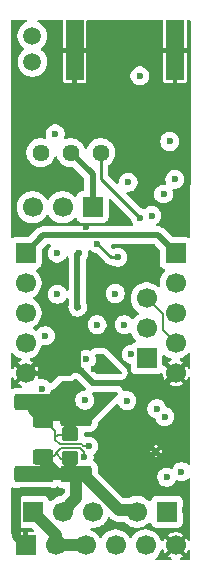
<source format=gbl>
G04 #@! TF.GenerationSoftware,KiCad,Pcbnew,9.0.6*
G04 #@! TF.CreationDate,2026-01-09T20:09:44+00:00*
G04 #@! TF.ProjectId,ExtendedRangeSupply,45787465-6e64-4656-9452-616e67655375,rev?*
G04 #@! TF.SameCoordinates,Original*
G04 #@! TF.FileFunction,Copper,L4,Bot*
G04 #@! TF.FilePolarity,Positive*
%FSLAX46Y46*%
G04 Gerber Fmt 4.6, Leading zero omitted, Abs format (unit mm)*
G04 Created by KiCad (PCBNEW 9.0.6) date 2026-01-09 20:09:44*
%MOMM*%
%LPD*%
G01*
G04 APERTURE LIST*
G04 Aperture macros list*
%AMRoundRect*
0 Rectangle with rounded corners*
0 $1 Rounding radius*
0 $2 $3 $4 $5 $6 $7 $8 $9 X,Y pos of 4 corners*
0 Add a 4 corners polygon primitive as box body*
4,1,4,$2,$3,$4,$5,$6,$7,$8,$9,$2,$3,0*
0 Add four circle primitives for the rounded corners*
1,1,$1+$1,$2,$3*
1,1,$1+$1,$4,$5*
1,1,$1+$1,$6,$7*
1,1,$1+$1,$8,$9*
0 Add four rect primitives between the rounded corners*
20,1,$1+$1,$2,$3,$4,$5,0*
20,1,$1+$1,$4,$5,$6,$7,0*
20,1,$1+$1,$6,$7,$8,$9,0*
20,1,$1+$1,$8,$9,$2,$3,0*%
G04 Aperture macros list end*
G04 #@! TA.AperFunction,ComponentPad*
%ADD10C,1.700000*%
G04 #@! TD*
G04 #@! TA.AperFunction,ComponentPad*
%ADD11R,1.700000X1.700000*%
G04 #@! TD*
G04 #@! TA.AperFunction,HeatsinkPad*
%ADD12R,0.500000X0.500000*%
G04 #@! TD*
G04 #@! TA.AperFunction,HeatsinkPad*
%ADD13C,0.500000*%
G04 #@! TD*
G04 #@! TA.AperFunction,SMDPad,CuDef*
%ADD14R,1.500000X5.080000*%
G04 #@! TD*
G04 #@! TA.AperFunction,ComponentPad*
%ADD15C,1.500000*%
G04 #@! TD*
G04 #@! TA.AperFunction,ComponentPad*
%ADD16C,1.440000*%
G04 #@! TD*
G04 #@! TA.AperFunction,SMDPad,CuDef*
%ADD17RoundRect,0.249999X1.425001X-0.450001X1.425001X0.450001X-1.425001X0.450001X-1.425001X-0.450001X0*%
G04 #@! TD*
G04 #@! TA.AperFunction,SMDPad,CuDef*
%ADD18RoundRect,0.250000X0.450000X-0.350000X0.450000X0.350000X-0.450000X0.350000X-0.450000X-0.350000X0*%
G04 #@! TD*
G04 #@! TA.AperFunction,SMDPad,CuDef*
%ADD19RoundRect,0.249999X1.075001X-0.450001X1.075001X0.450001X-1.075001X0.450001X-1.075001X-0.450001X0*%
G04 #@! TD*
G04 #@! TA.AperFunction,SMDPad,CuDef*
%ADD20RoundRect,0.250000X0.625000X-0.400000X0.625000X0.400000X-0.625000X0.400000X-0.625000X-0.400000X0*%
G04 #@! TD*
G04 #@! TA.AperFunction,ViaPad*
%ADD21C,0.600000*%
G04 #@! TD*
G04 #@! TA.AperFunction,Conductor*
%ADD22C,0.200000*%
G04 #@! TD*
G04 #@! TA.AperFunction,Conductor*
%ADD23C,0.500000*%
G04 #@! TD*
G04 #@! TA.AperFunction,Conductor*
%ADD24C,0.750000*%
G04 #@! TD*
G04 #@! TA.AperFunction,Conductor*
%ADD25C,0.400000*%
G04 #@! TD*
G04 #@! TA.AperFunction,Conductor*
%ADD26C,0.250000*%
G04 #@! TD*
G04 #@! TA.AperFunction,Conductor*
%ADD27C,0.150000*%
G04 #@! TD*
G04 #@! TA.AperFunction,Conductor*
%ADD28C,1.000000*%
G04 #@! TD*
G04 APERTURE END LIST*
D10*
X129040000Y-108400000D03*
X126500000Y-108400000D03*
D11*
X123960000Y-108400000D03*
D12*
X134350000Y-103272500D03*
D13*
X134350000Y-103272500D03*
D14*
X127475000Y-69325000D03*
X135975000Y-69325000D03*
D11*
X123320000Y-86485000D03*
D10*
X123320000Y-89025000D03*
X123320000Y-91565000D03*
X123320000Y-94105000D03*
X123320000Y-96645000D03*
D11*
X136020000Y-86485000D03*
D10*
X136020000Y-89025000D03*
X136020000Y-91565000D03*
X136020000Y-94105000D03*
X136020000Y-96645000D03*
D11*
X123320000Y-111250000D03*
D10*
X125860000Y-111250000D03*
X128400000Y-111250000D03*
X130940000Y-111250000D03*
X133480000Y-111250000D03*
X136020000Y-111250000D03*
D15*
X123881597Y-68118654D03*
D11*
X133560000Y-95410000D03*
D10*
X133560000Y-92870000D03*
X133560000Y-90330000D03*
D11*
X135300000Y-108400000D03*
D10*
X132760000Y-108400000D03*
D16*
X124613399Y-77991232D03*
X127153399Y-77991232D03*
X129693399Y-77991232D03*
D11*
X128992150Y-82612483D03*
D10*
X126452150Y-82612483D03*
X123912150Y-82612483D03*
D15*
X123896879Y-70311183D03*
D17*
X124025000Y-105225000D03*
X124025000Y-99125000D03*
D18*
X127100000Y-103825000D03*
X127100000Y-101825000D03*
D19*
X127625000Y-105225000D03*
X127625000Y-100425000D03*
D20*
X124800000Y-103725000D03*
X124800000Y-100625000D03*
D21*
X128430000Y-84300000D03*
X129000000Y-87500000D03*
X124275000Y-106625000D03*
X127570000Y-96050000D03*
X125325000Y-106650000D03*
X123589000Y-79435000D03*
X128511250Y-93583750D03*
X133000000Y-87000000D03*
X136910000Y-103530000D03*
X136856526Y-108286783D03*
X136846340Y-106830116D03*
X133953847Y-77196153D03*
X134400000Y-106000000D03*
X123500000Y-76500000D03*
X135000000Y-84000000D03*
X127160000Y-79490000D03*
X129000000Y-88500000D03*
X136825967Y-109661958D03*
X125000000Y-93490000D03*
X131910000Y-98990000D03*
X125831000Y-76410000D03*
X124700000Y-97975000D03*
X130000000Y-85000000D03*
X128325000Y-98950000D03*
X135000000Y-81500000D03*
X132259998Y-95050000D03*
X134000000Y-83321139D03*
X128475000Y-95500000D03*
X134425707Y-99674293D03*
X132000000Y-80500000D03*
X131675000Y-92559394D03*
X129370656Y-92559394D03*
X135100000Y-100350000D03*
X131113389Y-86859576D03*
X129398746Y-85700000D03*
X136520000Y-105010000D03*
X133000000Y-71500000D03*
X126018642Y-89990532D03*
X126000000Y-86500000D03*
X130250000Y-95900000D03*
X130913980Y-89924651D03*
X128684975Y-102834975D03*
X129125000Y-96350000D03*
X135275000Y-105475000D03*
X128275070Y-103780470D03*
X127750475Y-91062465D03*
X127827692Y-86503449D03*
X135960978Y-80256441D03*
X135531202Y-77047976D03*
X133000000Y-83500000D03*
D22*
X128900000Y-108400000D02*
X129000000Y-108400000D01*
D23*
X127774000Y-96254000D02*
X127774000Y-94321000D01*
D24*
X122544000Y-110474000D02*
X122544000Y-107024000D01*
X122544000Y-107024000D02*
X122943000Y-106625000D01*
D23*
X135170000Y-97495000D02*
X133143000Y-97495000D01*
X133138000Y-97500000D02*
X129020000Y-97500000D01*
X128010000Y-96490000D02*
X127774000Y-96254000D01*
X127774000Y-94321000D02*
X128511250Y-93583750D01*
X129020000Y-97500000D02*
X128010000Y-96490000D01*
D24*
X124275000Y-106625000D02*
X125300000Y-106625000D01*
X125300000Y-106625000D02*
X125325000Y-106650000D01*
D23*
X136020000Y-96645000D02*
X135170000Y-97495000D01*
D25*
X126975000Y-96645000D02*
X123320000Y-96645000D01*
X127570000Y-96050000D02*
X126975000Y-96645000D01*
D23*
X128010000Y-96490000D02*
X127570000Y-96050000D01*
D24*
X122943000Y-106625000D02*
X124275000Y-106625000D01*
D23*
X133143000Y-97495000D02*
X133138000Y-97500000D01*
D24*
X123320000Y-111250000D02*
X122544000Y-110474000D01*
D23*
X124805000Y-85000000D02*
X123320000Y-86485000D01*
X134535000Y-85000000D02*
X124805000Y-85000000D01*
X136020000Y-86485000D02*
X134535000Y-85000000D01*
D22*
X134919000Y-91689000D02*
X133560000Y-90330000D01*
X134919000Y-93004000D02*
X134919000Y-91689000D01*
X136020000Y-94105000D02*
X134919000Y-93004000D01*
D26*
X130558322Y-86859576D02*
X131113389Y-86859576D01*
X129398746Y-85700000D02*
X130558322Y-86859576D01*
D23*
X128992150Y-82612483D02*
X128992150Y-79829983D01*
X128992150Y-79829983D02*
X127153399Y-77991232D01*
D27*
X124900000Y-100650000D02*
X124825000Y-100650000D01*
X125850000Y-102100000D02*
X126050000Y-101900000D01*
D22*
X128684975Y-102834975D02*
X128600000Y-102750000D01*
D27*
X124825000Y-100650000D02*
X124800000Y-100625000D01*
X125850000Y-102350000D02*
X125850000Y-101600000D01*
D28*
X124025000Y-99775000D02*
X124800000Y-100550000D01*
D25*
X124925000Y-100425000D02*
X124800000Y-100550000D01*
D27*
X126050000Y-101900000D02*
X127050000Y-101900000D01*
X125850000Y-101600000D02*
X124900000Y-100650000D01*
D25*
X124800000Y-100550000D02*
X124800000Y-100625000D01*
D28*
X124025000Y-99125000D02*
X126325000Y-99125000D01*
D25*
X127625000Y-100425000D02*
X124925000Y-100425000D01*
D28*
X124025000Y-99125000D02*
X124025000Y-99775000D01*
D27*
X125850000Y-102350000D02*
X125850000Y-102100000D01*
X127050000Y-101900000D02*
X127100000Y-101850000D01*
D28*
X127100000Y-100950000D02*
X127100000Y-101825000D01*
D27*
X128074678Y-102699000D02*
X126199000Y-102699000D01*
X126199000Y-102699000D02*
X125850000Y-102350000D01*
D28*
X126325000Y-99125000D02*
X127625000Y-100425000D01*
D27*
X128210653Y-102834975D02*
X128074678Y-102699000D01*
X127100000Y-101850000D02*
X127100000Y-101825000D01*
X128684975Y-102834975D02*
X128210653Y-102834975D01*
D28*
X127625000Y-100425000D02*
X127100000Y-100950000D01*
X127100000Y-104700000D02*
X127100000Y-103825000D01*
D27*
X127100000Y-103850000D02*
X127100000Y-103825000D01*
D28*
X126460000Y-108400000D02*
X127625000Y-107235000D01*
X131223240Y-108231701D02*
X132531421Y-108231701D01*
X127625000Y-105225000D02*
X127100000Y-104700000D01*
D27*
X124850000Y-103650000D02*
X124800000Y-103700000D01*
X126000000Y-103350000D02*
X125700000Y-103650000D01*
D28*
X124800000Y-104025000D02*
X126000000Y-105225000D01*
D27*
X127950000Y-103000000D02*
X126350000Y-103000000D01*
D28*
X124800000Y-103725000D02*
X124800000Y-104025000D01*
D27*
X126350000Y-103900000D02*
X127050000Y-103900000D01*
X126350000Y-103000000D02*
X126000000Y-103350000D01*
X127050000Y-103900000D02*
X127100000Y-103850000D01*
D28*
X132531421Y-108231701D02*
X132733041Y-108433321D01*
D27*
X126000000Y-103350000D02*
X126000000Y-103550000D01*
X126000000Y-103550000D02*
X126350000Y-103900000D01*
X125700000Y-103650000D02*
X124850000Y-103650000D01*
D28*
X127625000Y-107235000D02*
X127625000Y-105225000D01*
X127625000Y-105225000D02*
X128216539Y-105225000D01*
D27*
X128275070Y-103780470D02*
X128275070Y-103325070D01*
D28*
X124025000Y-105225000D02*
X126000000Y-105225000D01*
D27*
X128275070Y-103325070D02*
X127950000Y-103000000D01*
D28*
X128216539Y-105225000D02*
X131223240Y-108231701D01*
D27*
X124800000Y-103700000D02*
X124800000Y-103725000D01*
D28*
X126000000Y-105225000D02*
X127625000Y-105225000D01*
D22*
X124800000Y-103650000D02*
X124800000Y-103725000D01*
D23*
X127712245Y-86618896D02*
X127712245Y-91134903D01*
D26*
X127827692Y-86503449D02*
X127712245Y-86618896D01*
X129693399Y-80193399D02*
X133000000Y-83500000D01*
X129693399Y-77991232D02*
X129693399Y-80193399D01*
D28*
X123920000Y-108400000D02*
X123920000Y-108420000D01*
X123920000Y-108420000D02*
X125860000Y-110360000D01*
X128400000Y-111250000D02*
X125860000Y-111250000D01*
X125860000Y-110360000D02*
X125860000Y-111250000D01*
G04 #@! TA.AperFunction,Conductor*
G36*
X127577974Y-97135191D02*
G01*
X127622325Y-97163693D01*
X128396451Y-97937819D01*
X128429936Y-97999142D01*
X128424952Y-98068834D01*
X128383080Y-98124767D01*
X128317616Y-98149184D01*
X128308770Y-98149500D01*
X128246155Y-98149500D01*
X128091510Y-98180261D01*
X128091498Y-98180264D01*
X127945827Y-98240602D01*
X127945814Y-98240609D01*
X127814711Y-98328210D01*
X127814707Y-98328213D01*
X127703213Y-98439707D01*
X127703210Y-98439711D01*
X127615609Y-98570814D01*
X127615602Y-98570827D01*
X127555264Y-98716498D01*
X127555261Y-98716510D01*
X127524500Y-98871153D01*
X127524500Y-99028846D01*
X127555261Y-99183489D01*
X127555264Y-99183501D01*
X127615602Y-99329172D01*
X127615609Y-99329185D01*
X127703210Y-99460288D01*
X127703213Y-99460292D01*
X127814707Y-99571786D01*
X127814711Y-99571789D01*
X127945814Y-99659390D01*
X127945827Y-99659397D01*
X128042390Y-99699394D01*
X128091503Y-99719737D01*
X128246153Y-99750499D01*
X128246156Y-99750500D01*
X128246158Y-99750500D01*
X128403844Y-99750500D01*
X128403845Y-99750499D01*
X128558497Y-99719737D01*
X128704179Y-99659394D01*
X128835289Y-99571789D01*
X128946789Y-99460289D01*
X129034394Y-99329179D01*
X129094737Y-99183497D01*
X129125500Y-99028842D01*
X129125500Y-98871158D01*
X129125500Y-98871155D01*
X129125499Y-98871153D01*
X129106472Y-98775499D01*
X129094737Y-98716503D01*
X129094735Y-98716498D01*
X129034397Y-98570827D01*
X129034390Y-98570814D01*
X128949248Y-98443391D01*
X128928370Y-98376714D01*
X128946854Y-98309334D01*
X128998833Y-98262643D01*
X129052350Y-98250500D01*
X129093918Y-98250500D01*
X131025138Y-98250500D01*
X131092177Y-98270185D01*
X131137932Y-98322989D01*
X131147876Y-98392147D01*
X131118851Y-98455703D01*
X131112819Y-98462181D01*
X128986319Y-100588681D01*
X128924996Y-100622166D01*
X128898638Y-100625000D01*
X124945112Y-100625000D01*
X124878073Y-100605315D01*
X124857431Y-100588681D01*
X124111319Y-99842569D01*
X124077834Y-99781246D01*
X124075000Y-99754888D01*
X124075000Y-98752129D01*
X124094685Y-98685090D01*
X124147489Y-98639335D01*
X124216647Y-98629391D01*
X124267892Y-98649028D01*
X124320812Y-98684389D01*
X124320827Y-98684397D01*
X124398356Y-98716510D01*
X124466503Y-98744737D01*
X124621153Y-98775499D01*
X124621156Y-98775500D01*
X124621158Y-98775500D01*
X124778844Y-98775500D01*
X124778845Y-98775499D01*
X124933497Y-98744737D01*
X125079179Y-98684394D01*
X125210289Y-98596789D01*
X125321789Y-98485289D01*
X125409394Y-98354179D01*
X125469737Y-98208497D01*
X125481411Y-98149809D01*
X125513795Y-98087898D01*
X125574511Y-98053324D01*
X125603028Y-98050000D01*
X125699999Y-98050000D01*
X125700000Y-98050000D01*
X126374115Y-97381455D01*
X126435577Y-97348225D01*
X126461432Y-97345500D01*
X127043996Y-97345500D01*
X127135040Y-97327389D01*
X127179328Y-97318580D01*
X127243069Y-97292177D01*
X127306807Y-97265777D01*
X127306808Y-97265776D01*
X127306811Y-97265775D01*
X127421543Y-97189114D01*
X127446961Y-97163695D01*
X127508282Y-97130209D01*
X127577974Y-97135191D01*
G37*
G04 #@! TD.AperFunction*
G04 #@! TA.AperFunction,Conductor*
G36*
X129940677Y-95069685D02*
G01*
X129961319Y-95086319D01*
X131412819Y-96537819D01*
X131446304Y-96599142D01*
X131441320Y-96668834D01*
X131399448Y-96724767D01*
X131333984Y-96749184D01*
X131325138Y-96749500D01*
X129382230Y-96749500D01*
X129315191Y-96729815D01*
X129294549Y-96713181D01*
X128923003Y-96341635D01*
X128889518Y-96280312D01*
X128894502Y-96210620D01*
X128936374Y-96154687D01*
X128941782Y-96150859D01*
X128985289Y-96121789D01*
X129096789Y-96010289D01*
X129184394Y-95879179D01*
X129244737Y-95733497D01*
X129275500Y-95578842D01*
X129275500Y-95421158D01*
X129275500Y-95421155D01*
X129275499Y-95421153D01*
X129269987Y-95393443D01*
X129244737Y-95266503D01*
X129242065Y-95260051D01*
X129226077Y-95221452D01*
X129218608Y-95151982D01*
X129249884Y-95089503D01*
X129309973Y-95053852D01*
X129340638Y-95050000D01*
X129873638Y-95050000D01*
X129940677Y-95069685D01*
G37*
G04 #@! TD.AperFunction*
G04 #@! TA.AperFunction,Conductor*
G36*
X135554075Y-111442993D02*
G01*
X135619901Y-111557007D01*
X135712993Y-111650099D01*
X135827007Y-111715925D01*
X135834822Y-111718019D01*
X135396307Y-112156534D01*
X135443478Y-112190805D01*
X135597749Y-112269411D01*
X135601431Y-112270936D01*
X135655837Y-112314773D01*
X135677907Y-112381066D01*
X135660632Y-112448766D01*
X135609498Y-112496380D01*
X135553986Y-112509500D01*
X134425689Y-112509500D01*
X134358650Y-112489815D01*
X134312895Y-112437011D01*
X134302951Y-112367853D01*
X134331976Y-112304297D01*
X134352804Y-112285181D01*
X134359792Y-112280104D01*
X134510104Y-112129792D01*
X134510106Y-112129788D01*
X134510109Y-112129786D01*
X134635048Y-111957820D01*
X134635047Y-111957820D01*
X134635051Y-111957816D01*
X134731557Y-111768412D01*
X134763765Y-111669284D01*
X134803201Y-111611611D01*
X134867559Y-111584412D01*
X134936406Y-111596326D01*
X134987882Y-111643570D01*
X134999625Y-111669282D01*
X135000591Y-111672256D01*
X135079195Y-111826523D01*
X135079196Y-111826525D01*
X135113463Y-111873691D01*
X135113464Y-111873691D01*
X135551980Y-111435176D01*
X135554075Y-111442993D01*
G37*
G04 #@! TD.AperFunction*
G04 #@! TA.AperFunction,Conductor*
G36*
X136926533Y-111873692D02*
G01*
X136926534Y-111873691D01*
X136960803Y-111826525D01*
X137039410Y-111672252D01*
X137040934Y-111668573D01*
X137084769Y-111614165D01*
X137151060Y-111592093D01*
X137218762Y-111609364D01*
X137266378Y-111660496D01*
X137279500Y-111716013D01*
X137279500Y-112385500D01*
X137259815Y-112452539D01*
X137207011Y-112498294D01*
X137155500Y-112509500D01*
X136486014Y-112509500D01*
X136418975Y-112489815D01*
X136373220Y-112437011D01*
X136363276Y-112367853D01*
X136392301Y-112304297D01*
X136438569Y-112270936D01*
X136442250Y-112269411D01*
X136596525Y-112190803D01*
X136643691Y-112156534D01*
X136643692Y-112156533D01*
X136205178Y-111718019D01*
X136212993Y-111715925D01*
X136327007Y-111650099D01*
X136420099Y-111557007D01*
X136485925Y-111442993D01*
X136488019Y-111435177D01*
X136926533Y-111873692D01*
G37*
G04 #@! TD.AperFunction*
G04 #@! TA.AperFunction,Conductor*
G36*
X125385098Y-85770185D02*
G01*
X125430853Y-85822989D01*
X125440797Y-85892147D01*
X125411772Y-85955703D01*
X125405740Y-85962181D01*
X125378213Y-85989707D01*
X125378210Y-85989711D01*
X125290609Y-86120814D01*
X125290602Y-86120827D01*
X125230264Y-86266498D01*
X125230261Y-86266510D01*
X125199500Y-86421153D01*
X125199500Y-86578846D01*
X125230261Y-86733489D01*
X125230264Y-86733501D01*
X125290602Y-86879172D01*
X125290609Y-86879185D01*
X125378210Y-87010288D01*
X125378213Y-87010292D01*
X125489707Y-87121786D01*
X125489711Y-87121789D01*
X125620814Y-87209390D01*
X125620827Y-87209397D01*
X125738913Y-87258309D01*
X125766503Y-87269737D01*
X125921153Y-87300499D01*
X125921156Y-87300500D01*
X125921158Y-87300500D01*
X126078844Y-87300500D01*
X126078845Y-87300499D01*
X126233497Y-87269737D01*
X126379179Y-87209394D01*
X126510289Y-87121789D01*
X126621789Y-87010289D01*
X126709394Y-86879179D01*
X126723183Y-86845886D01*
X126767024Y-86791484D01*
X126833318Y-86769418D01*
X126901017Y-86786696D01*
X126948628Y-86837833D01*
X126961745Y-86893339D01*
X126961745Y-89553555D01*
X126942060Y-89620594D01*
X126889256Y-89666349D01*
X126820098Y-89676293D01*
X126756542Y-89647268D01*
X126731738Y-89616205D01*
X126731421Y-89616418D01*
X126728922Y-89612678D01*
X126728387Y-89612008D01*
X126728037Y-89611354D01*
X126640431Y-89480243D01*
X126640428Y-89480239D01*
X126528934Y-89368745D01*
X126528930Y-89368742D01*
X126397827Y-89281141D01*
X126397814Y-89281134D01*
X126252143Y-89220796D01*
X126252131Y-89220793D01*
X126097487Y-89190032D01*
X126097484Y-89190032D01*
X125939800Y-89190032D01*
X125939797Y-89190032D01*
X125785152Y-89220793D01*
X125785140Y-89220796D01*
X125639469Y-89281134D01*
X125639456Y-89281141D01*
X125508353Y-89368742D01*
X125508349Y-89368745D01*
X125396855Y-89480239D01*
X125396852Y-89480243D01*
X125309251Y-89611346D01*
X125309244Y-89611359D01*
X125248906Y-89757030D01*
X125248903Y-89757042D01*
X125218142Y-89911685D01*
X125218142Y-90069378D01*
X125248903Y-90224021D01*
X125248906Y-90224033D01*
X125309244Y-90369704D01*
X125309251Y-90369717D01*
X125396852Y-90500820D01*
X125396855Y-90500824D01*
X125508349Y-90612318D01*
X125508353Y-90612321D01*
X125639456Y-90699922D01*
X125639469Y-90699929D01*
X125738236Y-90740839D01*
X125785145Y-90760269D01*
X125939795Y-90791031D01*
X125939798Y-90791032D01*
X125939800Y-90791032D01*
X126097486Y-90791032D01*
X126097487Y-90791031D01*
X126252139Y-90760269D01*
X126397821Y-90699926D01*
X126528931Y-90612321D01*
X126640431Y-90500821D01*
X126728036Y-90369711D01*
X126728040Y-90369700D01*
X126728382Y-90369063D01*
X126728656Y-90368783D01*
X126731421Y-90364646D01*
X126732205Y-90365170D01*
X126777341Y-90319215D01*
X126845478Y-90303749D01*
X126911159Y-90327576D01*
X126953532Y-90383131D01*
X126961745Y-90427508D01*
X126961745Y-90912239D01*
X126959362Y-90936431D01*
X126949975Y-90983621D01*
X126949975Y-91141308D01*
X126959362Y-91188497D01*
X126960770Y-91202798D01*
X126961148Y-91202761D01*
X126961744Y-91208823D01*
X126990585Y-91353810D01*
X126990588Y-91353820D01*
X127047157Y-91490391D01*
X127047164Y-91490404D01*
X127129293Y-91613318D01*
X127129296Y-91613322D01*
X127233825Y-91717851D01*
X127233829Y-91717854D01*
X127356743Y-91799983D01*
X127356756Y-91799990D01*
X127493327Y-91856559D01*
X127493332Y-91856561D01*
X127493336Y-91856561D01*
X127493337Y-91856562D01*
X127638324Y-91885403D01*
X127638327Y-91885403D01*
X127786165Y-91885403D01*
X127883707Y-91865999D01*
X127931158Y-91856561D01*
X128067740Y-91799987D01*
X128067746Y-91799982D01*
X128073119Y-91797112D01*
X128073140Y-91797151D01*
X128088794Y-91788783D01*
X128129654Y-91771859D01*
X128260764Y-91684254D01*
X128372264Y-91572754D01*
X128459869Y-91441644D01*
X128520212Y-91295962D01*
X128550975Y-91141307D01*
X128550975Y-90983623D01*
X128550975Y-90983621D01*
X128550975Y-90983620D01*
X128550974Y-90983618D01*
X128520214Y-90828976D01*
X128520211Y-90828966D01*
X128504498Y-90791032D01*
X128472183Y-90713016D01*
X128462745Y-90665565D01*
X128462745Y-89845804D01*
X130113480Y-89845804D01*
X130113480Y-90003497D01*
X130144241Y-90158140D01*
X130144244Y-90158152D01*
X130204582Y-90303823D01*
X130204589Y-90303836D01*
X130292190Y-90434939D01*
X130292193Y-90434943D01*
X130403687Y-90546437D01*
X130403691Y-90546440D01*
X130534794Y-90634041D01*
X130534807Y-90634048D01*
X130661075Y-90686349D01*
X130680483Y-90694388D01*
X130835133Y-90725150D01*
X130835136Y-90725151D01*
X130835138Y-90725151D01*
X130992824Y-90725151D01*
X130992825Y-90725150D01*
X131147477Y-90694388D01*
X131293159Y-90634045D01*
X131424269Y-90546440D01*
X131535769Y-90434940D01*
X131623374Y-90303830D01*
X131627032Y-90295000D01*
X131672796Y-90184514D01*
X131683717Y-90158148D01*
X131714480Y-90003493D01*
X131714480Y-89845809D01*
X131714480Y-89845806D01*
X131714479Y-89845804D01*
X131696823Y-89757042D01*
X131683717Y-89691154D01*
X131683715Y-89691149D01*
X131623377Y-89545478D01*
X131623370Y-89545465D01*
X131535769Y-89414362D01*
X131535766Y-89414358D01*
X131424272Y-89302864D01*
X131424268Y-89302861D01*
X131293165Y-89215260D01*
X131293152Y-89215253D01*
X131147481Y-89154915D01*
X131147469Y-89154912D01*
X130992825Y-89124151D01*
X130992822Y-89124151D01*
X130835138Y-89124151D01*
X130835135Y-89124151D01*
X130680490Y-89154912D01*
X130680478Y-89154915D01*
X130534807Y-89215253D01*
X130534794Y-89215260D01*
X130403691Y-89302861D01*
X130403687Y-89302864D01*
X130292193Y-89414358D01*
X130292190Y-89414362D01*
X130204589Y-89545465D01*
X130204582Y-89545478D01*
X130144244Y-89691149D01*
X130144241Y-89691161D01*
X130113480Y-89845804D01*
X128462745Y-89845804D01*
X128462745Y-87031502D01*
X128482430Y-86964463D01*
X128483643Y-86962611D01*
X128484690Y-86961043D01*
X128537086Y-86882628D01*
X128597429Y-86736946D01*
X128628192Y-86582291D01*
X128628192Y-86424607D01*
X128626169Y-86414439D01*
X128617785Y-86372290D01*
X128624012Y-86302698D01*
X128666874Y-86247520D01*
X128732763Y-86224275D01*
X128800761Y-86240342D01*
X128827083Y-86260416D01*
X128888453Y-86321786D01*
X128888457Y-86321789D01*
X129019560Y-86409390D01*
X129019573Y-86409397D01*
X129106976Y-86445599D01*
X129165249Y-86469737D01*
X129276462Y-86491858D01*
X129338369Y-86524241D01*
X129339949Y-86525793D01*
X130072461Y-87258305D01*
X130072464Y-87258309D01*
X130159589Y-87345434D01*
X130196153Y-87369865D01*
X130262036Y-87413888D01*
X130331072Y-87442483D01*
X130375870Y-87461039D01*
X130436293Y-87473057D01*
X130496715Y-87485076D01*
X130496716Y-87485076D01*
X130571039Y-87485076D01*
X130638078Y-87504761D01*
X130639930Y-87505974D01*
X130734210Y-87568970D01*
X130734212Y-87568971D01*
X130734216Y-87568973D01*
X130879887Y-87629311D01*
X130879892Y-87629313D01*
X131034542Y-87660075D01*
X131034545Y-87660076D01*
X131034547Y-87660076D01*
X131192233Y-87660076D01*
X131192234Y-87660075D01*
X131346886Y-87629313D01*
X131492568Y-87568970D01*
X131623678Y-87481365D01*
X131735178Y-87369865D01*
X131822783Y-87238755D01*
X131883126Y-87093073D01*
X131913889Y-86938418D01*
X131913889Y-86780734D01*
X131913889Y-86780731D01*
X131913888Y-86780729D01*
X131883127Y-86626086D01*
X131883126Y-86626079D01*
X131864990Y-86582295D01*
X131822786Y-86480403D01*
X131822779Y-86480390D01*
X131735178Y-86349287D01*
X131735175Y-86349283D01*
X131623681Y-86237789D01*
X131623677Y-86237786D01*
X131492574Y-86150185D01*
X131492561Y-86150178D01*
X131346890Y-86089840D01*
X131346878Y-86089837D01*
X131192234Y-86059076D01*
X131192231Y-86059076D01*
X131034547Y-86059076D01*
X131034544Y-86059076D01*
X130879899Y-86089837D01*
X130879887Y-86089840D01*
X130810267Y-86118678D01*
X130740798Y-86126147D01*
X130678319Y-86094872D01*
X130675134Y-86091798D01*
X130545517Y-85962181D01*
X130512032Y-85900858D01*
X130517016Y-85831166D01*
X130558888Y-85775233D01*
X130624352Y-85750816D01*
X130633198Y-85750500D01*
X134172770Y-85750500D01*
X134239809Y-85770185D01*
X134260451Y-85786819D01*
X134633181Y-86159548D01*
X134666666Y-86220871D01*
X134669500Y-86247229D01*
X134669500Y-87382870D01*
X134669501Y-87382876D01*
X134675908Y-87442483D01*
X134726202Y-87577328D01*
X134726206Y-87577335D01*
X134812452Y-87692544D01*
X134812455Y-87692547D01*
X134927664Y-87778793D01*
X134927671Y-87778797D01*
X135059082Y-87827810D01*
X135115016Y-87869681D01*
X135139433Y-87935145D01*
X135124582Y-88003418D01*
X135103431Y-88031673D01*
X134989889Y-88145215D01*
X134864951Y-88317179D01*
X134768444Y-88506585D01*
X134702753Y-88708760D01*
X134669500Y-88918713D01*
X134669500Y-89131287D01*
X134669499Y-89131287D01*
X134684759Y-89227631D01*
X134675804Y-89296924D01*
X134630808Y-89350376D01*
X134564056Y-89371015D01*
X134496743Y-89352290D01*
X134474605Y-89334709D01*
X134439786Y-89299890D01*
X134267820Y-89174951D01*
X134078414Y-89078444D01*
X134078413Y-89078443D01*
X134078412Y-89078443D01*
X133876243Y-89012754D01*
X133876241Y-89012753D01*
X133876240Y-89012753D01*
X133714957Y-88987208D01*
X133666287Y-88979500D01*
X133453713Y-88979500D01*
X133405042Y-88987208D01*
X133243760Y-89012753D01*
X133041585Y-89078444D01*
X132852179Y-89174951D01*
X132680213Y-89299890D01*
X132529890Y-89450213D01*
X132404951Y-89622179D01*
X132308444Y-89811585D01*
X132308443Y-89811587D01*
X132308443Y-89811588D01*
X132297325Y-89845806D01*
X132242753Y-90013760D01*
X132209500Y-90223713D01*
X132209500Y-90436286D01*
X132237380Y-90612318D01*
X132242754Y-90646243D01*
X132302125Y-90828968D01*
X132308444Y-90848414D01*
X132404951Y-91037820D01*
X132529890Y-91209786D01*
X132680213Y-91360109D01*
X132852182Y-91485050D01*
X132860946Y-91489516D01*
X132911742Y-91537491D01*
X132928536Y-91605312D01*
X132905998Y-91671447D01*
X132860946Y-91710484D01*
X132852182Y-91714949D01*
X132680213Y-91839890D01*
X132529894Y-91990209D01*
X132492081Y-92042255D01*
X132436751Y-92084920D01*
X132367137Y-92090899D01*
X132305342Y-92058293D01*
X132298099Y-92050414D01*
X132185292Y-91937607D01*
X132185288Y-91937604D01*
X132054185Y-91850003D01*
X132054172Y-91849996D01*
X131908501Y-91789658D01*
X131908489Y-91789655D01*
X131753845Y-91758894D01*
X131753842Y-91758894D01*
X131596158Y-91758894D01*
X131596155Y-91758894D01*
X131441510Y-91789655D01*
X131441498Y-91789658D01*
X131295827Y-91849996D01*
X131295814Y-91850003D01*
X131164711Y-91937604D01*
X131164707Y-91937607D01*
X131053213Y-92049101D01*
X131053210Y-92049105D01*
X130965609Y-92180208D01*
X130965602Y-92180221D01*
X130905264Y-92325892D01*
X130905261Y-92325904D01*
X130874500Y-92480547D01*
X130874500Y-92638240D01*
X130905261Y-92792883D01*
X130905264Y-92792895D01*
X130965602Y-92938566D01*
X130965609Y-92938579D01*
X131053210Y-93069682D01*
X131053213Y-93069686D01*
X131164707Y-93181180D01*
X131164711Y-93181183D01*
X131295814Y-93268784D01*
X131295827Y-93268791D01*
X131441498Y-93329129D01*
X131441503Y-93329131D01*
X131596153Y-93359893D01*
X131596156Y-93359894D01*
X131596158Y-93359894D01*
X131753844Y-93359894D01*
X131753845Y-93359893D01*
X131908497Y-93329131D01*
X132039513Y-93274863D01*
X132054172Y-93268791D01*
X132054172Y-93268790D01*
X132054179Y-93268788D01*
X132094951Y-93241544D01*
X132161627Y-93220667D01*
X132229008Y-93239151D01*
X132275698Y-93291129D01*
X132281770Y-93306322D01*
X132289182Y-93329132D01*
X132308444Y-93388414D01*
X132404951Y-93577820D01*
X132529890Y-93749786D01*
X132643430Y-93863326D01*
X132676915Y-93924649D01*
X132671931Y-93994341D01*
X132630059Y-94050274D01*
X132599083Y-94067189D01*
X132467669Y-94116203D01*
X132467664Y-94116206D01*
X132352457Y-94202451D01*
X132346180Y-94208728D01*
X132344614Y-94207161D01*
X132298490Y-94241685D01*
X132255165Y-94249500D01*
X132181153Y-94249500D01*
X132026508Y-94280261D01*
X132026496Y-94280264D01*
X131880825Y-94340602D01*
X131880812Y-94340609D01*
X131749709Y-94428210D01*
X131749705Y-94428213D01*
X131638211Y-94539707D01*
X131638208Y-94539711D01*
X131550607Y-94670814D01*
X131550600Y-94670827D01*
X131490262Y-94816498D01*
X131490259Y-94816510D01*
X131459498Y-94971153D01*
X131459498Y-95128846D01*
X131490259Y-95283489D01*
X131490262Y-95283501D01*
X131550600Y-95429172D01*
X131550607Y-95429185D01*
X131638208Y-95560288D01*
X131638211Y-95560292D01*
X131749705Y-95671786D01*
X131749709Y-95671789D01*
X131880812Y-95759390D01*
X131880825Y-95759397D01*
X132026496Y-95819735D01*
X132026501Y-95819737D01*
X132084603Y-95831294D01*
X132109692Y-95836285D01*
X132171603Y-95868669D01*
X132206177Y-95929385D01*
X132209501Y-95957902D01*
X132209501Y-96307876D01*
X132215908Y-96367483D01*
X132266202Y-96502328D01*
X132266206Y-96502335D01*
X132352452Y-96617544D01*
X132352455Y-96617547D01*
X132467664Y-96703793D01*
X132467671Y-96703797D01*
X132602517Y-96754091D01*
X132602516Y-96754091D01*
X132609444Y-96754835D01*
X132662127Y-96760500D01*
X134457872Y-96760499D01*
X134517483Y-96754091D01*
X134652331Y-96703796D01*
X134723081Y-96650832D01*
X134788540Y-96626416D01*
X134856814Y-96641267D01*
X134906220Y-96690671D01*
X134919862Y-96730702D01*
X134947085Y-96902584D01*
X135000591Y-97067257D01*
X135079195Y-97221523D01*
X135079196Y-97221525D01*
X135113463Y-97268691D01*
X135113464Y-97268691D01*
X135551980Y-96830176D01*
X135554075Y-96837993D01*
X135619901Y-96952007D01*
X135712993Y-97045099D01*
X135827007Y-97110925D01*
X135834822Y-97113019D01*
X135396307Y-97551534D01*
X135443478Y-97585805D01*
X135597742Y-97664408D01*
X135762415Y-97717914D01*
X135933429Y-97745000D01*
X136106571Y-97745000D01*
X136277584Y-97717914D01*
X136442257Y-97664408D01*
X136596525Y-97585803D01*
X136643691Y-97551534D01*
X136643692Y-97551533D01*
X136205178Y-97113019D01*
X136212993Y-97110925D01*
X136327007Y-97045099D01*
X136420099Y-96952007D01*
X136485925Y-96837993D01*
X136488019Y-96830177D01*
X136926533Y-97268692D01*
X136926534Y-97268691D01*
X136960803Y-97221525D01*
X137039410Y-97067252D01*
X137040934Y-97063573D01*
X137084769Y-97009165D01*
X137151060Y-96987093D01*
X137218762Y-97004364D01*
X137266378Y-97055496D01*
X137279500Y-97111013D01*
X137279500Y-104338059D01*
X137259815Y-104405098D01*
X137207011Y-104450853D01*
X137137853Y-104460797D01*
X137074297Y-104431772D01*
X137067819Y-104425740D01*
X137030292Y-104388213D01*
X137030288Y-104388210D01*
X136899185Y-104300609D01*
X136899172Y-104300602D01*
X136753501Y-104240264D01*
X136753489Y-104240261D01*
X136598845Y-104209500D01*
X136598842Y-104209500D01*
X136441158Y-104209500D01*
X136441155Y-104209500D01*
X136286510Y-104240261D01*
X136286498Y-104240264D01*
X136140827Y-104300602D01*
X136140814Y-104300609D01*
X136009711Y-104388210D01*
X136009707Y-104388213D01*
X135898213Y-104499707D01*
X135898210Y-104499711D01*
X135810609Y-104630814D01*
X135810606Y-104630821D01*
X135787496Y-104686612D01*
X135743654Y-104741015D01*
X135677359Y-104763079D01*
X135625483Y-104753719D01*
X135508501Y-104705264D01*
X135508489Y-104705261D01*
X135353845Y-104674500D01*
X135353842Y-104674500D01*
X135196158Y-104674500D01*
X135196155Y-104674500D01*
X135041510Y-104705261D01*
X135041498Y-104705264D01*
X134895827Y-104765602D01*
X134895814Y-104765609D01*
X134764711Y-104853210D01*
X134764707Y-104853213D01*
X134653213Y-104964707D01*
X134653210Y-104964711D01*
X134565609Y-105095814D01*
X134565602Y-105095827D01*
X134505264Y-105241498D01*
X134505261Y-105241510D01*
X134474500Y-105396153D01*
X134474500Y-105553846D01*
X134505261Y-105708489D01*
X134505264Y-105708501D01*
X134565602Y-105854172D01*
X134565609Y-105854185D01*
X134653210Y-105985288D01*
X134653213Y-105985292D01*
X134764707Y-106096786D01*
X134764711Y-106096789D01*
X134895814Y-106184390D01*
X134895827Y-106184397D01*
X135041498Y-106244735D01*
X135041503Y-106244737D01*
X135196153Y-106275499D01*
X135196156Y-106275500D01*
X135196158Y-106275500D01*
X135353844Y-106275500D01*
X135353845Y-106275499D01*
X135508497Y-106244737D01*
X135654179Y-106184394D01*
X135785289Y-106096789D01*
X135896789Y-105985289D01*
X135984394Y-105854179D01*
X136007502Y-105798388D01*
X136051341Y-105743986D01*
X136117634Y-105721920D01*
X136169515Y-105731280D01*
X136286498Y-105779735D01*
X136286503Y-105779737D01*
X136441153Y-105810499D01*
X136441156Y-105810500D01*
X136441158Y-105810500D01*
X136598844Y-105810500D01*
X136598845Y-105810499D01*
X136753497Y-105779737D01*
X136899179Y-105719394D01*
X137030289Y-105631789D01*
X137030292Y-105631786D01*
X137067819Y-105594260D01*
X137129142Y-105560775D01*
X137198834Y-105565759D01*
X137254767Y-105607631D01*
X137279184Y-105673095D01*
X137279500Y-105681941D01*
X137279500Y-110783986D01*
X137259815Y-110851025D01*
X137207011Y-110896780D01*
X137137853Y-110906724D01*
X137074297Y-110877699D01*
X137040936Y-110831431D01*
X137039411Y-110827749D01*
X136960805Y-110673478D01*
X136926534Y-110626307D01*
X136488019Y-111064822D01*
X136485925Y-111057007D01*
X136420099Y-110942993D01*
X136327007Y-110849901D01*
X136212993Y-110784075D01*
X136205176Y-110781980D01*
X136643691Y-110343464D01*
X136643691Y-110343463D01*
X136596525Y-110309196D01*
X136596523Y-110309195D01*
X136442257Y-110230591D01*
X136277584Y-110177085D01*
X136106571Y-110150000D01*
X135933429Y-110150000D01*
X135762415Y-110177085D01*
X135597740Y-110230592D01*
X135443475Y-110309196D01*
X135396307Y-110343463D01*
X135396307Y-110343464D01*
X135834823Y-110781980D01*
X135827007Y-110784075D01*
X135712993Y-110849901D01*
X135619901Y-110942993D01*
X135554075Y-111057007D01*
X135551980Y-111064823D01*
X135113464Y-110626307D01*
X135113463Y-110626307D01*
X135079196Y-110673475D01*
X135000590Y-110827743D01*
X135000590Y-110827744D01*
X134999623Y-110830722D01*
X134998950Y-110831705D01*
X134998729Y-110832240D01*
X134998616Y-110832193D01*
X134960182Y-110888394D01*
X134895821Y-110915588D01*
X134826976Y-110903668D01*
X134775503Y-110856421D01*
X134763766Y-110830719D01*
X134731557Y-110731588D01*
X134635051Y-110542184D01*
X134510104Y-110370208D01*
X134359792Y-110219896D01*
X134359786Y-110219890D01*
X134187820Y-110094951D01*
X133998414Y-109998444D01*
X133998413Y-109998443D01*
X133998412Y-109998443D01*
X133796243Y-109932754D01*
X133796241Y-109932753D01*
X133796240Y-109932753D01*
X133634957Y-109907208D01*
X133586287Y-109899500D01*
X133373713Y-109899500D01*
X133318100Y-109908308D01*
X133260622Y-109917411D01*
X133260611Y-109917413D01*
X133163757Y-109932754D01*
X133038652Y-109973403D01*
X133038645Y-109973405D01*
X132961585Y-109998444D01*
X132772179Y-110094951D01*
X132600213Y-110219890D01*
X132449890Y-110370213D01*
X132324949Y-110542182D01*
X132320484Y-110550946D01*
X132272509Y-110601742D01*
X132204688Y-110618536D01*
X132138553Y-110595998D01*
X132099516Y-110550946D01*
X132095050Y-110542182D01*
X131970109Y-110370213D01*
X131819786Y-110219890D01*
X131647820Y-110094951D01*
X131458414Y-109998444D01*
X131458413Y-109998443D01*
X131458412Y-109998443D01*
X131256243Y-109932754D01*
X131256241Y-109932753D01*
X131256240Y-109932753D01*
X131094957Y-109907208D01*
X131046287Y-109899500D01*
X130833713Y-109899500D01*
X130785042Y-109907208D01*
X130623760Y-109932753D01*
X130421585Y-109998444D01*
X130232179Y-110094951D01*
X130060213Y-110219890D01*
X129909890Y-110370213D01*
X129784949Y-110542182D01*
X129780484Y-110550946D01*
X129732509Y-110601742D01*
X129664688Y-110618536D01*
X129598553Y-110595998D01*
X129559516Y-110550946D01*
X129555050Y-110542182D01*
X129430109Y-110370213D01*
X129279786Y-110219890D01*
X129107820Y-110094951D01*
X128918414Y-109998444D01*
X128918413Y-109998443D01*
X128918412Y-109998443D01*
X128899907Y-109992430D01*
X128842232Y-109952994D01*
X128815034Y-109888635D01*
X128826949Y-109819789D01*
X128874193Y-109768313D01*
X128938226Y-109750500D01*
X129146286Y-109750500D01*
X129146287Y-109750500D01*
X129356243Y-109717246D01*
X129558412Y-109651557D01*
X129747816Y-109555051D01*
X129834138Y-109492335D01*
X129919786Y-109430109D01*
X129919788Y-109430106D01*
X129919792Y-109430104D01*
X130070104Y-109279792D01*
X130070106Y-109279788D01*
X130070109Y-109279786D01*
X130195048Y-109107820D01*
X130195047Y-109107820D01*
X130195051Y-109107816D01*
X130282754Y-108935686D01*
X130302072Y-108915233D01*
X130318929Y-108892716D01*
X130325736Y-108890176D01*
X130330728Y-108884892D01*
X130358039Y-108878128D01*
X130384394Y-108868299D01*
X130391495Y-108869843D01*
X130398549Y-108868097D01*
X130425176Y-108877170D01*
X130452666Y-108883151D01*
X130460972Y-108889369D01*
X130464684Y-108890634D01*
X130480914Y-108904296D01*
X130585458Y-109008840D01*
X130585459Y-109008841D01*
X130653043Y-109053999D01*
X130749326Y-109118333D01*
X130855985Y-109162512D01*
X130931404Y-109193752D01*
X131124694Y-109232200D01*
X131124697Y-109232201D01*
X131124699Y-109232201D01*
X131321780Y-109232201D01*
X131632138Y-109232201D01*
X131699177Y-109251886D01*
X131725725Y-109276947D01*
X131726732Y-109276087D01*
X131729898Y-109279794D01*
X131880213Y-109430109D01*
X132052179Y-109555048D01*
X132052181Y-109555049D01*
X132052184Y-109555051D01*
X132241588Y-109651557D01*
X132443757Y-109717246D01*
X132653713Y-109750500D01*
X132653714Y-109750500D01*
X132866286Y-109750500D01*
X132866287Y-109750500D01*
X133076243Y-109717246D01*
X133278412Y-109651557D01*
X133467816Y-109555051D01*
X133639792Y-109430104D01*
X133753329Y-109316566D01*
X133814648Y-109283084D01*
X133884340Y-109288068D01*
X133940274Y-109329939D01*
X133957189Y-109360917D01*
X134006202Y-109492328D01*
X134006206Y-109492335D01*
X134092452Y-109607544D01*
X134092455Y-109607547D01*
X134207664Y-109693793D01*
X134207671Y-109693797D01*
X134342517Y-109744091D01*
X134342516Y-109744091D01*
X134349444Y-109744835D01*
X134402127Y-109750500D01*
X136197872Y-109750499D01*
X136257483Y-109744091D01*
X136392331Y-109693796D01*
X136507546Y-109607546D01*
X136593796Y-109492331D01*
X136644091Y-109357483D01*
X136650500Y-109297873D01*
X136650499Y-107502128D01*
X136644091Y-107442517D01*
X136642810Y-107439083D01*
X136593797Y-107307671D01*
X136593793Y-107307664D01*
X136507547Y-107192455D01*
X136507544Y-107192452D01*
X136392335Y-107106206D01*
X136392328Y-107106202D01*
X136257482Y-107055908D01*
X136257483Y-107055908D01*
X136197883Y-107049501D01*
X136197881Y-107049500D01*
X136197873Y-107049500D01*
X136197864Y-107049500D01*
X134402129Y-107049500D01*
X134402123Y-107049501D01*
X134342516Y-107055908D01*
X134207671Y-107106202D01*
X134207664Y-107106206D01*
X134092455Y-107192452D01*
X134092452Y-107192455D01*
X134006206Y-107307664D01*
X134006203Y-107307669D01*
X133957189Y-107439083D01*
X133915317Y-107495016D01*
X133849853Y-107519433D01*
X133781580Y-107504581D01*
X133753326Y-107483430D01*
X133639786Y-107369890D01*
X133467820Y-107244951D01*
X133278414Y-107148444D01*
X133278413Y-107148443D01*
X133278412Y-107148443D01*
X133076243Y-107082754D01*
X133076241Y-107082753D01*
X133076240Y-107082753D01*
X132914957Y-107057208D01*
X132866287Y-107049500D01*
X132653713Y-107049500D01*
X132605042Y-107057208D01*
X132443760Y-107082753D01*
X132241585Y-107148444D01*
X132105691Y-107217686D01*
X132049396Y-107231201D01*
X131689023Y-107231201D01*
X131621984Y-107211516D01*
X131601342Y-107194882D01*
X129486819Y-105080359D01*
X129453334Y-105019036D01*
X129450500Y-104992678D01*
X129450500Y-104724995D01*
X129450499Y-104724982D01*
X129448484Y-104705263D01*
X129439999Y-104622202D01*
X129384814Y-104455665D01*
X129292712Y-104306344D01*
X129168656Y-104182288D01*
X129168652Y-104182285D01*
X129101847Y-104141079D01*
X129055122Y-104089131D01*
X129043901Y-104020169D01*
X129045323Y-104011369D01*
X129075570Y-103859312D01*
X129075570Y-103740518D01*
X134164822Y-103740518D01*
X134284176Y-103772500D01*
X134415824Y-103772500D01*
X134535175Y-103740518D01*
X134350000Y-103555342D01*
X134164822Y-103740518D01*
X129075570Y-103740518D01*
X129075570Y-103701628D01*
X129062413Y-103635488D01*
X129062113Y-103633697D01*
X129066054Y-103600779D01*
X129069009Y-103567757D01*
X129070191Y-103566235D01*
X129070420Y-103564323D01*
X129091541Y-103538750D01*
X129111872Y-103512579D01*
X129114887Y-103510484D01*
X129114914Y-103510453D01*
X129114950Y-103510441D01*
X129115459Y-103510088D01*
X129195264Y-103456764D01*
X129306764Y-103345264D01*
X129394369Y-103214154D01*
X129397467Y-103206674D01*
X133850000Y-103206674D01*
X133850000Y-103338323D01*
X133881980Y-103457674D01*
X134067156Y-103272499D01*
X134047266Y-103252609D01*
X134250000Y-103252609D01*
X134250000Y-103292391D01*
X134265224Y-103329145D01*
X134293355Y-103357276D01*
X134330109Y-103372500D01*
X134369891Y-103372500D01*
X134406645Y-103357276D01*
X134434776Y-103329145D01*
X134450000Y-103292391D01*
X134450000Y-103272499D01*
X134632842Y-103272499D01*
X134818018Y-103457675D01*
X134850000Y-103338324D01*
X134850000Y-103206675D01*
X134818018Y-103087322D01*
X134632842Y-103272499D01*
X134450000Y-103272499D01*
X134450000Y-103252609D01*
X134434776Y-103215855D01*
X134406645Y-103187724D01*
X134369891Y-103172500D01*
X134330109Y-103172500D01*
X134293355Y-103187724D01*
X134265224Y-103215855D01*
X134250000Y-103252609D01*
X134047266Y-103252609D01*
X133881979Y-103087322D01*
X133850000Y-103206674D01*
X129397467Y-103206674D01*
X129454712Y-103068472D01*
X129485475Y-102913817D01*
X129485475Y-102804479D01*
X134164822Y-102804479D01*
X134349999Y-102989656D01*
X134535174Y-102804480D01*
X134415823Y-102772500D01*
X134284174Y-102772500D01*
X134164822Y-102804479D01*
X129485475Y-102804479D01*
X129485475Y-102756133D01*
X129485475Y-102756130D01*
X129485474Y-102756128D01*
X129480732Y-102732288D01*
X129454712Y-102601478D01*
X129443538Y-102574501D01*
X129394372Y-102455802D01*
X129394365Y-102455789D01*
X129306764Y-102324686D01*
X129306761Y-102324682D01*
X129195267Y-102213188D01*
X129195263Y-102213185D01*
X129064160Y-102125584D01*
X129064147Y-102125577D01*
X128918476Y-102065239D01*
X128918464Y-102065236D01*
X128763820Y-102034475D01*
X128763817Y-102034475D01*
X128606133Y-102034475D01*
X128606130Y-102034475D01*
X128448690Y-102065792D01*
X128427706Y-102063914D01*
X128406852Y-102066913D01*
X128393604Y-102060862D01*
X128379099Y-102059565D01*
X128362460Y-102046640D01*
X128343296Y-102037888D01*
X128335422Y-102025636D01*
X128323921Y-102016702D01*
X128316911Y-101996833D01*
X128305522Y-101979110D01*
X128301987Y-101954526D01*
X128300677Y-101950812D01*
X128300499Y-101944175D01*
X128300499Y-101749500D01*
X128320184Y-101682461D01*
X128372988Y-101636706D01*
X128424499Y-101625500D01*
X128750005Y-101625500D01*
X128750010Y-101625500D01*
X128852798Y-101614999D01*
X129019335Y-101559814D01*
X129168656Y-101467712D01*
X129292712Y-101343656D01*
X129384814Y-101194335D01*
X129439999Y-101027798D01*
X129450500Y-100925010D01*
X129450500Y-100890745D01*
X129470185Y-100823706D01*
X129486814Y-100803069D01*
X130987402Y-99302480D01*
X131048723Y-99268997D01*
X131118415Y-99273981D01*
X131174348Y-99315853D01*
X131189642Y-99342710D01*
X131200604Y-99369176D01*
X131200609Y-99369185D01*
X131288210Y-99500288D01*
X131288213Y-99500292D01*
X131399707Y-99611786D01*
X131399711Y-99611789D01*
X131530814Y-99699390D01*
X131530827Y-99699397D01*
X131660564Y-99753135D01*
X131676503Y-99759737D01*
X131831153Y-99790499D01*
X131831156Y-99790500D01*
X131831158Y-99790500D01*
X131988844Y-99790500D01*
X131988845Y-99790499D01*
X132143497Y-99759737D01*
X132289179Y-99699394D01*
X132420289Y-99611789D01*
X132436632Y-99595446D01*
X133625207Y-99595446D01*
X133625207Y-99753139D01*
X133655968Y-99907782D01*
X133655971Y-99907794D01*
X133716309Y-100053465D01*
X133716316Y-100053478D01*
X133803917Y-100184581D01*
X133803920Y-100184585D01*
X133915414Y-100296079D01*
X133915418Y-100296082D01*
X134046521Y-100383683D01*
X134046534Y-100383690D01*
X134116765Y-100412780D01*
X134192210Y-100444030D01*
X134225804Y-100450712D01*
X134287713Y-100483096D01*
X134322288Y-100543811D01*
X134323229Y-100548137D01*
X134330261Y-100583491D01*
X134330264Y-100583501D01*
X134390602Y-100729172D01*
X134390609Y-100729185D01*
X134478210Y-100860288D01*
X134478213Y-100860292D01*
X134589707Y-100971786D01*
X134589711Y-100971789D01*
X134720814Y-101059390D01*
X134720827Y-101059397D01*
X134866498Y-101119735D01*
X134866503Y-101119737D01*
X135021153Y-101150499D01*
X135021156Y-101150500D01*
X135021158Y-101150500D01*
X135178844Y-101150500D01*
X135178845Y-101150499D01*
X135333497Y-101119737D01*
X135479179Y-101059394D01*
X135610289Y-100971789D01*
X135721789Y-100860289D01*
X135809394Y-100729179D01*
X135869737Y-100583497D01*
X135900500Y-100428842D01*
X135900500Y-100271158D01*
X135900500Y-100271155D01*
X135900499Y-100271153D01*
X135899620Y-100266734D01*
X135869737Y-100116503D01*
X135852906Y-100075868D01*
X135809397Y-99970827D01*
X135809390Y-99970814D01*
X135721789Y-99839711D01*
X135721786Y-99839707D01*
X135610292Y-99728213D01*
X135610288Y-99728210D01*
X135479185Y-99640609D01*
X135479172Y-99640602D01*
X135333501Y-99580264D01*
X135333491Y-99580261D01*
X135299902Y-99573580D01*
X135237991Y-99541195D01*
X135203417Y-99480479D01*
X135202484Y-99476189D01*
X135195444Y-99440796D01*
X135165782Y-99369185D01*
X135135104Y-99295120D01*
X135135097Y-99295107D01*
X135047496Y-99164004D01*
X135047493Y-99164000D01*
X134935999Y-99052506D01*
X134935995Y-99052503D01*
X134804892Y-98964902D01*
X134804879Y-98964895D01*
X134659208Y-98904557D01*
X134659196Y-98904554D01*
X134504552Y-98873793D01*
X134504549Y-98873793D01*
X134346865Y-98873793D01*
X134346862Y-98873793D01*
X134192217Y-98904554D01*
X134192205Y-98904557D01*
X134046534Y-98964895D01*
X134046521Y-98964902D01*
X133915418Y-99052503D01*
X133915414Y-99052506D01*
X133803920Y-99164000D01*
X133803917Y-99164004D01*
X133716316Y-99295107D01*
X133716309Y-99295120D01*
X133655971Y-99440791D01*
X133655968Y-99440803D01*
X133625207Y-99595446D01*
X132436632Y-99595446D01*
X132474662Y-99557416D01*
X132530401Y-99501678D01*
X132531786Y-99500292D01*
X132531789Y-99500289D01*
X132619394Y-99369179D01*
X132679737Y-99223497D01*
X132710500Y-99068842D01*
X132710500Y-98911158D01*
X132710500Y-98911155D01*
X132710499Y-98911153D01*
X132709186Y-98904554D01*
X132679737Y-98756503D01*
X132625263Y-98624990D01*
X132619397Y-98610827D01*
X132619390Y-98610814D01*
X132531789Y-98479711D01*
X132531786Y-98479707D01*
X132420292Y-98368213D01*
X132420288Y-98368210D01*
X132289185Y-98280609D01*
X132289172Y-98280602D01*
X132143501Y-98220264D01*
X132143489Y-98220261D01*
X131988845Y-98189500D01*
X131988842Y-98189500D01*
X131831158Y-98189500D01*
X131831153Y-98189500D01*
X131743075Y-98207020D01*
X131673483Y-98200793D01*
X131618306Y-98157930D01*
X131599906Y-98120336D01*
X131597751Y-98112996D01*
X131519963Y-97991957D01*
X131518431Y-97990189D01*
X131474214Y-97939159D01*
X131474210Y-97939156D01*
X131474208Y-97939153D01*
X131365474Y-97844933D01*
X131365471Y-97844931D01*
X131365469Y-97844930D01*
X131234603Y-97785164D01*
X131234598Y-97785162D01*
X131234597Y-97785162D01*
X131167558Y-97765477D01*
X131167560Y-97765477D01*
X131167555Y-97765476D01*
X131099615Y-97755708D01*
X131025138Y-97745000D01*
X129052350Y-97745000D01*
X129052347Y-97745000D01*
X128960513Y-97755288D01*
X128948908Y-97753247D01*
X128937384Y-97755708D01*
X128915126Y-97747308D01*
X128891698Y-97743189D01*
X128881383Y-97734573D01*
X128872014Y-97731038D01*
X128854360Y-97712003D01*
X128847154Y-97705985D01*
X128842078Y-97699149D01*
X128840117Y-97695558D01*
X128753893Y-97580377D01*
X128753845Y-97580329D01*
X128753843Y-97580326D01*
X127979769Y-96806253D01*
X127979765Y-96806249D01*
X127922991Y-96760498D01*
X127895614Y-96738436D01*
X127895612Y-96738435D01*
X127895605Y-96738429D01*
X127851265Y-96709935D01*
X127754618Y-96661560D01*
X127754613Y-96661558D01*
X127754611Y-96661557D01*
X127661324Y-96641267D01*
X127614015Y-96630977D01*
X127614004Y-96630976D01*
X127544331Y-96625996D01*
X127544326Y-96625996D01*
X127400819Y-96636263D01*
X127266006Y-96686550D01*
X127266003Y-96686551D01*
X127204688Y-96720034D01*
X127132559Y-96774031D01*
X127127138Y-96777867D01*
X127077519Y-96811021D01*
X127056102Y-96822471D01*
X127051679Y-96824304D01*
X127051678Y-96824303D01*
X127051645Y-96824318D01*
X127043148Y-96827837D01*
X127019901Y-96834889D01*
X127014667Y-96835930D01*
X127006191Y-96837616D01*
X126981997Y-96840000D01*
X126461407Y-96840000D01*
X126408455Y-96842783D01*
X126382590Y-96845509D01*
X126330176Y-96853835D01*
X126195166Y-96903553D01*
X126195162Y-96903554D01*
X126133696Y-96936787D01*
X126133694Y-96936788D01*
X126018157Y-97022534D01*
X126018146Y-97022543D01*
X125528457Y-97508184D01*
X125466996Y-97541415D01*
X125397326Y-97536141D01*
X125341566Y-97494038D01*
X125338047Y-97489043D01*
X125321789Y-97464711D01*
X125321787Y-97464708D01*
X125210292Y-97353213D01*
X125210288Y-97353210D01*
X125079185Y-97265609D01*
X125079172Y-97265602D01*
X124933501Y-97205264D01*
X124933489Y-97205261D01*
X124778845Y-97174500D01*
X124778842Y-97174500D01*
X124621158Y-97174500D01*
X124621153Y-97174500D01*
X124490186Y-97200551D01*
X124420594Y-97194324D01*
X124365417Y-97151461D01*
X124342173Y-97085571D01*
X124348064Y-97040615D01*
X124392914Y-96902584D01*
X124420000Y-96731571D01*
X124420000Y-96558428D01*
X124392914Y-96387415D01*
X124339408Y-96222742D01*
X124260805Y-96068478D01*
X124226534Y-96021307D01*
X123788019Y-96459821D01*
X123785925Y-96452007D01*
X123720099Y-96337993D01*
X123627007Y-96244901D01*
X123512993Y-96179075D01*
X123505176Y-96176980D01*
X123943691Y-95738464D01*
X123943691Y-95738463D01*
X123896525Y-95704196D01*
X123896523Y-95704195D01*
X123742256Y-95625591D01*
X123739282Y-95624625D01*
X123738296Y-95623951D01*
X123737760Y-95623729D01*
X123737806Y-95623616D01*
X123717285Y-95609582D01*
X123693416Y-95597735D01*
X123688889Y-95590164D01*
X123681608Y-95585185D01*
X123671235Y-95560639D01*
X123657560Y-95537767D01*
X123657845Y-95528950D01*
X123654412Y-95520826D01*
X123658956Y-95494567D01*
X123659818Y-95467934D01*
X123664823Y-95460672D01*
X123666328Y-95451980D01*
X123684348Y-95432346D01*
X123692064Y-95421153D01*
X127674500Y-95421153D01*
X127674500Y-95578846D01*
X127705261Y-95733489D01*
X127705264Y-95733501D01*
X127765602Y-95879172D01*
X127765609Y-95879185D01*
X127853210Y-96010288D01*
X127853213Y-96010292D01*
X127964707Y-96121786D01*
X127964711Y-96121789D01*
X128095814Y-96209390D01*
X128095827Y-96209397D01*
X128247131Y-96272068D01*
X128246114Y-96274522D01*
X128294930Y-96306510D01*
X128323390Y-96370321D01*
X128324500Y-96386878D01*
X128324500Y-96428846D01*
X128355261Y-96583489D01*
X128355264Y-96583501D01*
X128415602Y-96729172D01*
X128415609Y-96729185D01*
X128503210Y-96860288D01*
X128503213Y-96860292D01*
X128614707Y-96971786D01*
X128614711Y-96971789D01*
X128745814Y-97059390D01*
X128745827Y-97059397D01*
X128870441Y-97111013D01*
X128891503Y-97119737D01*
X128986664Y-97138665D01*
X129007467Y-97142804D01*
X129035893Y-97153547D01*
X129036355Y-97152537D01*
X129041892Y-97155066D01*
X129041894Y-97155067D01*
X129172771Y-97214838D01*
X129239810Y-97234523D01*
X129239814Y-97234524D01*
X129382230Y-97255000D01*
X129382233Y-97255000D01*
X131325157Y-97255000D01*
X131343139Y-97254679D01*
X131343149Y-97254678D01*
X131343184Y-97254678D01*
X131352030Y-97254362D01*
X131370047Y-97253396D01*
X131510639Y-97222812D01*
X131576103Y-97198395D01*
X131702378Y-97129444D01*
X131804118Y-97027707D01*
X131845990Y-96971774D01*
X131845996Y-96971766D01*
X131914949Y-96845485D01*
X131945532Y-96704893D01*
X131950516Y-96635201D01*
X131940252Y-96491690D01*
X131889970Y-96356881D01*
X131856485Y-96295558D01*
X131770261Y-96180377D01*
X131770256Y-96180372D01*
X131770251Y-96180366D01*
X130318776Y-94728892D01*
X130318761Y-94728877D01*
X130318737Y-94728855D01*
X130278519Y-94692728D01*
X130278507Y-94692718D01*
X130257856Y-94676076D01*
X130213974Y-94644433D01*
X130083100Y-94584663D01*
X130016055Y-94564976D01*
X129968582Y-94558150D01*
X129873638Y-94544500D01*
X129340638Y-94544500D01*
X129340621Y-94544500D01*
X129277626Y-94548442D01*
X129246982Y-94552292D01*
X129246976Y-94552293D01*
X129246969Y-94552294D01*
X129202922Y-94560647D01*
X129184967Y-94564052D01*
X129052035Y-94619111D01*
X128991948Y-94654761D01*
X128988012Y-94657819D01*
X128986773Y-94658933D01*
X128891115Y-94736015D01*
X128826563Y-94762751D01*
X128765860Y-94754023D01*
X128759807Y-94751515D01*
X128708497Y-94730263D01*
X128708493Y-94730262D01*
X128708488Y-94730260D01*
X128553845Y-94699500D01*
X128553842Y-94699500D01*
X128396158Y-94699500D01*
X128396155Y-94699500D01*
X128241510Y-94730261D01*
X128241498Y-94730264D01*
X128095827Y-94790602D01*
X128095814Y-94790609D01*
X127964711Y-94878210D01*
X127964707Y-94878213D01*
X127853213Y-94989707D01*
X127853210Y-94989711D01*
X127765609Y-95120814D01*
X127765602Y-95120827D01*
X127705264Y-95266498D01*
X127705261Y-95266510D01*
X127674500Y-95421153D01*
X123692064Y-95421153D01*
X123699472Y-95410407D01*
X123709479Y-95404967D01*
X123713574Y-95400506D01*
X123729764Y-95392295D01*
X123734438Y-95390340D01*
X123838412Y-95356557D01*
X124027816Y-95260051D01*
X124124371Y-95189899D01*
X124199786Y-95135109D01*
X124199788Y-95135106D01*
X124199792Y-95135104D01*
X124350104Y-94984792D01*
X124350106Y-94984788D01*
X124350109Y-94984786D01*
X124475048Y-94812820D01*
X124475047Y-94812820D01*
X124475051Y-94812816D01*
X124571557Y-94623412D01*
X124637246Y-94421243D01*
X124645817Y-94367121D01*
X124675745Y-94303991D01*
X124735056Y-94267059D01*
X124792481Y-94264905D01*
X124921153Y-94290499D01*
X124921156Y-94290500D01*
X124921158Y-94290500D01*
X125078844Y-94290500D01*
X125078845Y-94290499D01*
X125233497Y-94259737D01*
X125360428Y-94207161D01*
X125379172Y-94199397D01*
X125379172Y-94199396D01*
X125379179Y-94199394D01*
X125510289Y-94111789D01*
X125621789Y-94000289D01*
X125709394Y-93869179D01*
X125769737Y-93723497D01*
X125800500Y-93568842D01*
X125800500Y-93411158D01*
X125800500Y-93411155D01*
X125800499Y-93411153D01*
X125795976Y-93388414D01*
X125769737Y-93256503D01*
X125756774Y-93225208D01*
X125709397Y-93110827D01*
X125709390Y-93110814D01*
X125621789Y-92979711D01*
X125621786Y-92979707D01*
X125510292Y-92868213D01*
X125510288Y-92868210D01*
X125379185Y-92780609D01*
X125379172Y-92780602D01*
X125233501Y-92720264D01*
X125233489Y-92720261D01*
X125078845Y-92689500D01*
X125078842Y-92689500D01*
X124921158Y-92689500D01*
X124921155Y-92689500D01*
X124766510Y-92720261D01*
X124766498Y-92720264D01*
X124620827Y-92780602D01*
X124620814Y-92780609D01*
X124489711Y-92868210D01*
X124489707Y-92868213D01*
X124378213Y-92979707D01*
X124378210Y-92979711D01*
X124348737Y-93023821D01*
X124340620Y-93030604D01*
X124335822Y-93040032D01*
X124314271Y-93052623D01*
X124295124Y-93068626D01*
X124284629Y-93069944D01*
X124275496Y-93075281D01*
X124250560Y-93074222D01*
X124225799Y-93077333D01*
X124214408Y-93072688D01*
X124205689Y-93072319D01*
X124176883Y-93057390D01*
X124174234Y-93056310D01*
X124173462Y-93055766D01*
X124027816Y-92949949D01*
X124011175Y-92941470D01*
X124003948Y-92936380D01*
X123987490Y-92915674D01*
X123968259Y-92897512D01*
X123966088Y-92888749D01*
X123960473Y-92881684D01*
X123957821Y-92855366D01*
X123951463Y-92829692D01*
X123954373Y-92821149D01*
X123953469Y-92812167D01*
X123965467Y-92788592D01*
X123973999Y-92763556D01*
X123981533Y-92757027D01*
X123985162Y-92749898D01*
X123999284Y-92741646D01*
X124019054Y-92724515D01*
X124027816Y-92720051D01*
X124069866Y-92689500D01*
X124199786Y-92595109D01*
X124199788Y-92595106D01*
X124199792Y-92595104D01*
X124314349Y-92480547D01*
X128570156Y-92480547D01*
X128570156Y-92638240D01*
X128600917Y-92792883D01*
X128600920Y-92792895D01*
X128661258Y-92938566D01*
X128661265Y-92938579D01*
X128748866Y-93069682D01*
X128748869Y-93069686D01*
X128860363Y-93181180D01*
X128860367Y-93181183D01*
X128991470Y-93268784D01*
X128991483Y-93268791D01*
X129137154Y-93329129D01*
X129137159Y-93329131D01*
X129291809Y-93359893D01*
X129291812Y-93359894D01*
X129291814Y-93359894D01*
X129449500Y-93359894D01*
X129449501Y-93359893D01*
X129604153Y-93329131D01*
X129735169Y-93274863D01*
X129749828Y-93268791D01*
X129749828Y-93268790D01*
X129749835Y-93268788D01*
X129880945Y-93181183D01*
X129992445Y-93069683D01*
X130080050Y-92938573D01*
X130140393Y-92792891D01*
X130171156Y-92638236D01*
X130171156Y-92480552D01*
X130171156Y-92480549D01*
X130171155Y-92480547D01*
X130154166Y-92395138D01*
X130140393Y-92325897D01*
X130140391Y-92325892D01*
X130080053Y-92180221D01*
X130080046Y-92180208D01*
X129992445Y-92049105D01*
X129992442Y-92049101D01*
X129880948Y-91937607D01*
X129880944Y-91937604D01*
X129749841Y-91850003D01*
X129749828Y-91849996D01*
X129604157Y-91789658D01*
X129604145Y-91789655D01*
X129449501Y-91758894D01*
X129449498Y-91758894D01*
X129291814Y-91758894D01*
X129291811Y-91758894D01*
X129137166Y-91789655D01*
X129137154Y-91789658D01*
X128991483Y-91849996D01*
X128991470Y-91850003D01*
X128860367Y-91937604D01*
X128860363Y-91937607D01*
X128748869Y-92049101D01*
X128748866Y-92049105D01*
X128661265Y-92180208D01*
X128661258Y-92180221D01*
X128600920Y-92325892D01*
X128600917Y-92325904D01*
X128570156Y-92480547D01*
X124314349Y-92480547D01*
X124350104Y-92444792D01*
X124366835Y-92421764D01*
X124381501Y-92401578D01*
X124381503Y-92401575D01*
X124404156Y-92370394D01*
X124475051Y-92272816D01*
X124571557Y-92083412D01*
X124637246Y-91881243D01*
X124670500Y-91671287D01*
X124670500Y-91458713D01*
X124637246Y-91248757D01*
X124571557Y-91046588D01*
X124475051Y-90857184D01*
X124475049Y-90857181D01*
X124475048Y-90857179D01*
X124350109Y-90685213D01*
X124199786Y-90534890D01*
X124027820Y-90409951D01*
X124027115Y-90409591D01*
X124019054Y-90405485D01*
X123968259Y-90357512D01*
X123951463Y-90289692D01*
X123973999Y-90223556D01*
X124019054Y-90184515D01*
X124027816Y-90180051D01*
X124100327Y-90127369D01*
X124199786Y-90055109D01*
X124199788Y-90055106D01*
X124199792Y-90055104D01*
X124350104Y-89904792D01*
X124350106Y-89904788D01*
X124350109Y-89904786D01*
X124475048Y-89732820D01*
X124475047Y-89732820D01*
X124475051Y-89732816D01*
X124571557Y-89543412D01*
X124637246Y-89341243D01*
X124670500Y-89131287D01*
X124670500Y-88918713D01*
X124637246Y-88708757D01*
X124571557Y-88506588D01*
X124475051Y-88317184D01*
X124475049Y-88317181D01*
X124475048Y-88317179D01*
X124350109Y-88145213D01*
X124236569Y-88031673D01*
X124203084Y-87970350D01*
X124208068Y-87900658D01*
X124249940Y-87844725D01*
X124280915Y-87827810D01*
X124412331Y-87778796D01*
X124527546Y-87692546D01*
X124613796Y-87577331D01*
X124664091Y-87442483D01*
X124670500Y-87382873D01*
X124670499Y-86247228D01*
X124690184Y-86180190D01*
X124706813Y-86159553D01*
X125079548Y-85786819D01*
X125106475Y-85772115D01*
X125132294Y-85755523D01*
X125138494Y-85754631D01*
X125140871Y-85753334D01*
X125167229Y-85750500D01*
X125318059Y-85750500D01*
X125385098Y-85770185D01*
G37*
G04 #@! TD.AperFunction*
G04 #@! TA.AperFunction,Conductor*
G36*
X126056522Y-106251103D02*
G01*
X126076915Y-106264209D01*
X126081339Y-106267707D01*
X126081344Y-106267712D01*
X126230665Y-106359814D01*
X126397202Y-106414999D01*
X126499990Y-106425500D01*
X126500500Y-106425500D01*
X126500605Y-106425531D01*
X126503138Y-106425660D01*
X126503129Y-106425820D01*
X126503131Y-106425821D01*
X126503128Y-106425844D01*
X126503107Y-106426265D01*
X126509185Y-106428050D01*
X126518147Y-106426762D01*
X126542187Y-106437740D01*
X126567539Y-106445185D01*
X126573466Y-106452025D01*
X126581703Y-106455787D01*
X126595992Y-106478021D01*
X126613294Y-106497989D01*
X126615581Y-106508503D01*
X126619477Y-106514565D01*
X126624500Y-106549500D01*
X126624500Y-106769218D01*
X126604815Y-106836257D01*
X126588185Y-106856894D01*
X126424420Y-107020660D01*
X126363097Y-107054144D01*
X126356137Y-107055451D01*
X126183760Y-107082753D01*
X125981585Y-107148444D01*
X125792179Y-107244951D01*
X125620215Y-107369889D01*
X125506673Y-107483431D01*
X125445350Y-107516915D01*
X125375658Y-107511931D01*
X125319725Y-107470059D01*
X125302810Y-107439082D01*
X125253797Y-107307671D01*
X125253793Y-107307664D01*
X125167547Y-107192455D01*
X125167544Y-107192452D01*
X125052335Y-107106206D01*
X125052328Y-107106202D01*
X124917482Y-107055908D01*
X124917483Y-107055908D01*
X124857883Y-107049501D01*
X124857881Y-107049500D01*
X124857873Y-107049500D01*
X124857864Y-107049500D01*
X123062129Y-107049500D01*
X123062123Y-107049501D01*
X123002516Y-107055908D01*
X122867671Y-107106202D01*
X122867664Y-107106206D01*
X122752455Y-107192452D01*
X122752452Y-107192455D01*
X122666206Y-107307664D01*
X122666202Y-107307671D01*
X122615908Y-107442517D01*
X122609501Y-107502116D01*
X122609501Y-107502123D01*
X122609500Y-107502135D01*
X122609500Y-109297870D01*
X122609501Y-109297876D01*
X122615908Y-109357483D01*
X122666202Y-109492328D01*
X122666206Y-109492335D01*
X122752452Y-109607544D01*
X122752455Y-109607547D01*
X122867664Y-109693793D01*
X122867671Y-109693797D01*
X122876275Y-109697006D01*
X123002517Y-109744091D01*
X123062127Y-109750500D01*
X123784216Y-109750499D01*
X123813662Y-109759145D01*
X123843643Y-109765667D01*
X123848656Y-109769420D01*
X123851255Y-109770183D01*
X123871896Y-109786816D01*
X124023400Y-109938320D01*
X124056884Y-109999642D01*
X124051900Y-110069333D01*
X124010029Y-110125267D01*
X123944564Y-110149684D01*
X123935718Y-110150000D01*
X123520000Y-110150000D01*
X123520000Y-110788120D01*
X123512993Y-110784075D01*
X123385826Y-110750000D01*
X123254174Y-110750000D01*
X123127007Y-110784075D01*
X123120000Y-110788120D01*
X123120000Y-110150000D01*
X122445373Y-110150000D01*
X122372459Y-110164503D01*
X122372455Y-110164505D01*
X122289760Y-110219760D01*
X122287602Y-110222990D01*
X122233989Y-110267795D01*
X122164664Y-110276502D01*
X122101637Y-110246347D01*
X122064918Y-110186904D01*
X122060500Y-110154099D01*
X122060500Y-106446189D01*
X122080185Y-106379150D01*
X122132989Y-106333395D01*
X122202147Y-106323451D01*
X122249595Y-106340649D01*
X122280665Y-106359814D01*
X122447202Y-106414999D01*
X122549990Y-106425500D01*
X122549995Y-106425500D01*
X125500005Y-106425500D01*
X125500010Y-106425500D01*
X125602798Y-106414999D01*
X125769335Y-106359814D01*
X125918656Y-106267712D01*
X125918664Y-106267703D01*
X125923085Y-106264209D01*
X125987879Y-106238066D01*
X126056522Y-106251103D01*
G37*
G04 #@! TD.AperFunction*
G04 #@! TA.AperFunction,Conductor*
G36*
X122854075Y-96837993D02*
G01*
X122919901Y-96952007D01*
X123012993Y-97045099D01*
X123127007Y-97110925D01*
X123134821Y-97113019D01*
X122696307Y-97551534D01*
X122743478Y-97585805D01*
X122897744Y-97664408D01*
X122953635Y-97682569D01*
X123011311Y-97722007D01*
X123038509Y-97786365D01*
X123026594Y-97855212D01*
X122979350Y-97906687D01*
X122915317Y-97924500D01*
X122549982Y-97924500D01*
X122447203Y-97935000D01*
X122447202Y-97935001D01*
X122392209Y-97953224D01*
X122280667Y-97990185D01*
X122280658Y-97990189D01*
X122249596Y-98009349D01*
X122182203Y-98027789D01*
X122115540Y-98006866D01*
X122070771Y-97953224D01*
X122060500Y-97903810D01*
X122060500Y-97111013D01*
X122080185Y-97043974D01*
X122132989Y-96998219D01*
X122202147Y-96988275D01*
X122265703Y-97017300D01*
X122299066Y-97063573D01*
X122300589Y-97067252D01*
X122379195Y-97221523D01*
X122379196Y-97221525D01*
X122413463Y-97268691D01*
X122413464Y-97268691D01*
X122851980Y-96830176D01*
X122854075Y-96837993D01*
G37*
G04 #@! TD.AperFunction*
G04 #@! TA.AperFunction,Conductor*
G36*
X122265703Y-94956976D02*
G01*
X122284819Y-94977804D01*
X122289896Y-94984792D01*
X122440213Y-95135109D01*
X122612179Y-95260048D01*
X122612181Y-95260049D01*
X122612184Y-95260051D01*
X122801588Y-95356557D01*
X122900715Y-95388765D01*
X122958388Y-95428201D01*
X122985587Y-95492560D01*
X122973673Y-95561406D01*
X122926429Y-95612882D01*
X122900722Y-95624623D01*
X122897744Y-95625590D01*
X122897743Y-95625590D01*
X122743475Y-95704196D01*
X122696307Y-95738463D01*
X122696307Y-95738464D01*
X123134823Y-96176980D01*
X123127007Y-96179075D01*
X123012993Y-96244901D01*
X122919901Y-96337993D01*
X122854075Y-96452007D01*
X122851980Y-96459823D01*
X122413464Y-96021307D01*
X122413463Y-96021307D01*
X122379196Y-96068475D01*
X122300590Y-96222744D01*
X122299064Y-96226431D01*
X122255227Y-96280837D01*
X122188934Y-96302907D01*
X122121234Y-96285632D01*
X122073620Y-96234498D01*
X122060500Y-96178986D01*
X122060500Y-95050689D01*
X122080185Y-94983650D01*
X122132989Y-94937895D01*
X122202147Y-94927951D01*
X122265703Y-94956976D01*
G37*
G04 #@! TD.AperFunction*
G04 #@! TA.AperFunction,Conductor*
G36*
X135115702Y-95111044D02*
G01*
X135122180Y-95117076D01*
X135140213Y-95135109D01*
X135312179Y-95260048D01*
X135312181Y-95260049D01*
X135312184Y-95260051D01*
X135501588Y-95356557D01*
X135600715Y-95388765D01*
X135658388Y-95428201D01*
X135685587Y-95492560D01*
X135673673Y-95561406D01*
X135626429Y-95612882D01*
X135600722Y-95624623D01*
X135597744Y-95625590D01*
X135597743Y-95625590D01*
X135443475Y-95704196D01*
X135396307Y-95738463D01*
X135396307Y-95738464D01*
X135834823Y-96176980D01*
X135827007Y-96179075D01*
X135712993Y-96244901D01*
X135619901Y-96337993D01*
X135554075Y-96452007D01*
X135551980Y-96459823D01*
X135113464Y-96021307D01*
X135094791Y-96022777D01*
X135079485Y-96034580D01*
X135009871Y-96040558D01*
X134948077Y-96007950D01*
X134913721Y-95947111D01*
X134910499Y-95919034D01*
X134910499Y-95204756D01*
X134930184Y-95137718D01*
X134982988Y-95091963D01*
X135052146Y-95082019D01*
X135115702Y-95111044D01*
G37*
G04 #@! TD.AperFunction*
G04 #@! TA.AperFunction,Conductor*
G36*
X137241920Y-94961764D02*
G01*
X137276277Y-95022603D01*
X137279500Y-95050689D01*
X137279500Y-96178986D01*
X137259815Y-96246025D01*
X137207011Y-96291780D01*
X137137853Y-96301724D01*
X137074297Y-96272699D01*
X137040936Y-96226431D01*
X137039411Y-96222749D01*
X136960805Y-96068478D01*
X136926534Y-96021307D01*
X136488019Y-96459822D01*
X136485925Y-96452007D01*
X136420099Y-96337993D01*
X136327007Y-96244901D01*
X136212993Y-96179075D01*
X136205176Y-96176980D01*
X136643691Y-95738464D01*
X136643691Y-95738463D01*
X136596525Y-95704196D01*
X136596523Y-95704195D01*
X136442256Y-95625591D01*
X136439282Y-95624625D01*
X136438296Y-95623951D01*
X136437760Y-95623729D01*
X136437806Y-95623616D01*
X136381608Y-95585185D01*
X136354412Y-95520826D01*
X136366328Y-95451980D01*
X136413574Y-95400506D01*
X136439280Y-95388766D01*
X136538412Y-95356557D01*
X136727816Y-95260051D01*
X136749789Y-95244086D01*
X136899786Y-95135109D01*
X136899788Y-95135106D01*
X136899792Y-95135104D01*
X137050104Y-94984792D01*
X137055181Y-94977803D01*
X137110511Y-94935138D01*
X137180124Y-94929159D01*
X137241920Y-94961764D01*
G37*
G04 #@! TD.AperFunction*
G04 #@! TA.AperFunction,Conductor*
G36*
X123392268Y-66755185D02*
G01*
X123438023Y-66807989D01*
X123447967Y-66877147D01*
X123418942Y-66940703D01*
X123381524Y-66969985D01*
X123226191Y-67049130D01*
X123135338Y-67115139D01*
X123066951Y-67164826D01*
X123066949Y-67164828D01*
X123066948Y-67164828D01*
X122927771Y-67304005D01*
X122927771Y-67304006D01*
X122927769Y-67304008D01*
X122878082Y-67372395D01*
X122812073Y-67463248D01*
X122722714Y-67638624D01*
X122661887Y-67825827D01*
X122631097Y-68020231D01*
X122631097Y-68217076D01*
X122661887Y-68411480D01*
X122722714Y-68598683D01*
X122812073Y-68774059D01*
X122927769Y-68933300D01*
X123066951Y-69072482D01*
X123117278Y-69109047D01*
X123132563Y-69120152D01*
X123175228Y-69175483D01*
X123181207Y-69245096D01*
X123148601Y-69306891D01*
X123132563Y-69320787D01*
X123082239Y-69357350D01*
X123082230Y-69357357D01*
X122943053Y-69496534D01*
X122943053Y-69496535D01*
X122943051Y-69496537D01*
X122906735Y-69546522D01*
X122827355Y-69655777D01*
X122737996Y-69831153D01*
X122677169Y-70018356D01*
X122646379Y-70212760D01*
X122646379Y-70409605D01*
X122677169Y-70604009D01*
X122737996Y-70791212D01*
X122827355Y-70966588D01*
X122943051Y-71125829D01*
X123082233Y-71265011D01*
X123241474Y-71380707D01*
X123320854Y-71421153D01*
X123416849Y-71470065D01*
X123416851Y-71470065D01*
X123416854Y-71470067D01*
X123517196Y-71502670D01*
X123604052Y-71530892D01*
X123798457Y-71561683D01*
X123798462Y-71561683D01*
X123995301Y-71561683D01*
X124189705Y-71530892D01*
X124376904Y-71470067D01*
X124552284Y-71380707D01*
X124711525Y-71265011D01*
X124850707Y-71125829D01*
X124966403Y-70966588D01*
X125055763Y-70791208D01*
X125116588Y-70604009D01*
X125147379Y-70409605D01*
X125147379Y-70212760D01*
X125116588Y-70018356D01*
X125055761Y-69831153D01*
X124966402Y-69655777D01*
X124850707Y-69496537D01*
X124711525Y-69357355D01*
X124706773Y-69353902D01*
X124645912Y-69309683D01*
X124603246Y-69254353D01*
X124597268Y-69184740D01*
X124629875Y-69122945D01*
X124645904Y-69109055D01*
X124696243Y-69072482D01*
X124835425Y-68933300D01*
X124951121Y-68774059D01*
X125040481Y-68598679D01*
X125101306Y-68411480D01*
X125132097Y-68217076D01*
X125132097Y-68020231D01*
X125101306Y-67825827D01*
X125040479Y-67638624D01*
X124951120Y-67463248D01*
X124835425Y-67304008D01*
X124696243Y-67164826D01*
X124537002Y-67049130D01*
X124381669Y-66969984D01*
X124330874Y-66922011D01*
X124314079Y-66854190D01*
X124336616Y-66788055D01*
X124391331Y-66744603D01*
X124437965Y-66735500D01*
X126351000Y-66735500D01*
X126418039Y-66755185D01*
X126463794Y-66807989D01*
X126475000Y-66859500D01*
X126475000Y-69125000D01*
X128475000Y-69125000D01*
X128475000Y-66859500D01*
X128494685Y-66792461D01*
X128547489Y-66746706D01*
X128599000Y-66735500D01*
X134851000Y-66735500D01*
X134918039Y-66755185D01*
X134963794Y-66807989D01*
X134975000Y-66859500D01*
X134975000Y-69125000D01*
X136975000Y-69125000D01*
X136975000Y-66859500D01*
X136977550Y-66850814D01*
X136976262Y-66841853D01*
X136987240Y-66817812D01*
X136994685Y-66792461D01*
X137001525Y-66786533D01*
X137005287Y-66778297D01*
X137027521Y-66764007D01*
X137047489Y-66746706D01*
X137058003Y-66744418D01*
X137064065Y-66740523D01*
X137099000Y-66735500D01*
X137165425Y-66735500D01*
X137232464Y-66755185D01*
X137278219Y-66807989D01*
X137289424Y-66859566D01*
X137283762Y-76969129D01*
X137279512Y-84557318D01*
X137279500Y-84557401D01*
X137279500Y-84580841D01*
X137279484Y-84608916D01*
X137279500Y-84608995D01*
X137279500Y-85074960D01*
X137259815Y-85141999D01*
X137207011Y-85187754D01*
X137137853Y-85197698D01*
X137112167Y-85191142D01*
X136977482Y-85140908D01*
X136977483Y-85140908D01*
X136917883Y-85134501D01*
X136917881Y-85134500D01*
X136917873Y-85134500D01*
X136917865Y-85134500D01*
X135782230Y-85134500D01*
X135715191Y-85114815D01*
X135694549Y-85098181D01*
X135013421Y-84417052D01*
X135013420Y-84417051D01*
X134913758Y-84350460D01*
X134913758Y-84350459D01*
X134890495Y-84334916D01*
X134890490Y-84334913D01*
X134753917Y-84278343D01*
X134753907Y-84278340D01*
X134608920Y-84249500D01*
X134608918Y-84249500D01*
X134460246Y-84249500D01*
X134393207Y-84229815D01*
X134347452Y-84177011D01*
X134337508Y-84107853D01*
X134366533Y-84044297D01*
X134391355Y-84022398D01*
X134454341Y-83980310D01*
X134510289Y-83942928D01*
X134621789Y-83831428D01*
X134709394Y-83700318D01*
X134769737Y-83554636D01*
X134800500Y-83399981D01*
X134800500Y-83242297D01*
X134800500Y-83242294D01*
X134800499Y-83242292D01*
X134778341Y-83130897D01*
X134769737Y-83087642D01*
X134769735Y-83087637D01*
X134709397Y-82941966D01*
X134709390Y-82941953D01*
X134621789Y-82810850D01*
X134621786Y-82810846D01*
X134510292Y-82699352D01*
X134510288Y-82699349D01*
X134379185Y-82611748D01*
X134379172Y-82611741D01*
X134233501Y-82551403D01*
X134233489Y-82551400D01*
X134078845Y-82520639D01*
X134078842Y-82520639D01*
X133921158Y-82520639D01*
X133921155Y-82520639D01*
X133766510Y-82551400D01*
X133766498Y-82551403D01*
X133620827Y-82611741D01*
X133620814Y-82611748D01*
X133489714Y-82699347D01*
X133489708Y-82699352D01*
X133451393Y-82737666D01*
X133439647Y-82744079D01*
X133430898Y-82754205D01*
X133409579Y-82760497D01*
X133390069Y-82771150D01*
X133375244Y-82770630D01*
X133363886Y-82773983D01*
X133340900Y-82769427D01*
X133328945Y-82769009D01*
X133322478Y-82767119D01*
X133233497Y-82730263D01*
X133116934Y-82707077D01*
X133111707Y-82705550D01*
X133086690Y-82689521D01*
X133060374Y-82675756D01*
X133058795Y-82674205D01*
X131896771Y-81512181D01*
X131863286Y-81450858D01*
X131865410Y-81421153D01*
X134199500Y-81421153D01*
X134199500Y-81578846D01*
X134230261Y-81733489D01*
X134230264Y-81733501D01*
X134290602Y-81879172D01*
X134290609Y-81879185D01*
X134378210Y-82010288D01*
X134378213Y-82010292D01*
X134489707Y-82121786D01*
X134489711Y-82121789D01*
X134620814Y-82209390D01*
X134620827Y-82209397D01*
X134766498Y-82269735D01*
X134766503Y-82269737D01*
X134899742Y-82296240D01*
X134921153Y-82300499D01*
X134921156Y-82300500D01*
X134921158Y-82300500D01*
X135078844Y-82300500D01*
X135078845Y-82300499D01*
X135233497Y-82269737D01*
X135379179Y-82209394D01*
X135510289Y-82121789D01*
X135621789Y-82010289D01*
X135709394Y-81879179D01*
X135769737Y-81733497D01*
X135800500Y-81578842D01*
X135800500Y-81421158D01*
X135800500Y-81421155D01*
X135800499Y-81421153D01*
X135781419Y-81325233D01*
X135769737Y-81266503D01*
X135753630Y-81227619D01*
X135746162Y-81158150D01*
X135777437Y-81095671D01*
X135837526Y-81060019D01*
X135876044Y-81057092D01*
X135876044Y-81056941D01*
X135878039Y-81056941D01*
X135880356Y-81056765D01*
X135882131Y-81056940D01*
X135882136Y-81056941D01*
X135882141Y-81056941D01*
X136039822Y-81056941D01*
X136039823Y-81056940D01*
X136194475Y-81026178D01*
X136340157Y-80965835D01*
X136471267Y-80878230D01*
X136582767Y-80766730D01*
X136670372Y-80635620D01*
X136730715Y-80489938D01*
X136761478Y-80335283D01*
X136761478Y-80177599D01*
X136761478Y-80177596D01*
X136761477Y-80177594D01*
X136730716Y-80022951D01*
X136730715Y-80022944D01*
X136709045Y-79970628D01*
X136670375Y-79877268D01*
X136670368Y-79877255D01*
X136582767Y-79746152D01*
X136582764Y-79746148D01*
X136471270Y-79634654D01*
X136471266Y-79634651D01*
X136340163Y-79547050D01*
X136340150Y-79547043D01*
X136194479Y-79486705D01*
X136194467Y-79486702D01*
X136039823Y-79455941D01*
X136039820Y-79455941D01*
X135882136Y-79455941D01*
X135882133Y-79455941D01*
X135727488Y-79486702D01*
X135727476Y-79486705D01*
X135581805Y-79547043D01*
X135581792Y-79547050D01*
X135450689Y-79634651D01*
X135450685Y-79634654D01*
X135339191Y-79746148D01*
X135339188Y-79746152D01*
X135251587Y-79877255D01*
X135251580Y-79877268D01*
X135191242Y-80022939D01*
X135191239Y-80022951D01*
X135160478Y-80177594D01*
X135160478Y-80335287D01*
X135191239Y-80489930D01*
X135191241Y-80489937D01*
X135207347Y-80528822D01*
X135214815Y-80598291D01*
X135183539Y-80660770D01*
X135123450Y-80696422D01*
X135084934Y-80699349D01*
X135084934Y-80699500D01*
X135082951Y-80699500D01*
X135080635Y-80699676D01*
X135078847Y-80699500D01*
X135078842Y-80699500D01*
X134921158Y-80699500D01*
X134921155Y-80699500D01*
X134766510Y-80730261D01*
X134766498Y-80730264D01*
X134620827Y-80790602D01*
X134620814Y-80790609D01*
X134489711Y-80878210D01*
X134489707Y-80878213D01*
X134378213Y-80989707D01*
X134378210Y-80989711D01*
X134290609Y-81120814D01*
X134290602Y-81120827D01*
X134230264Y-81266498D01*
X134230261Y-81266510D01*
X134199500Y-81421153D01*
X131865410Y-81421153D01*
X131868270Y-81381166D01*
X131910142Y-81325233D01*
X131975606Y-81300816D01*
X131984452Y-81300500D01*
X132078844Y-81300500D01*
X132078845Y-81300499D01*
X132089179Y-81298443D01*
X132114287Y-81293450D01*
X132114292Y-81293449D01*
X132199800Y-81276439D01*
X132233497Y-81269737D01*
X132379179Y-81209394D01*
X132510289Y-81121789D01*
X132621789Y-81010289D01*
X132709394Y-80879179D01*
X132769737Y-80733497D01*
X132800500Y-80578842D01*
X132800500Y-80421158D01*
X132800500Y-80421155D01*
X132800499Y-80421153D01*
X132783419Y-80335287D01*
X132769737Y-80266503D01*
X132732910Y-80177594D01*
X132709397Y-80120827D01*
X132709390Y-80120814D01*
X132621789Y-79989711D01*
X132621786Y-79989707D01*
X132510292Y-79878213D01*
X132510288Y-79878210D01*
X132379185Y-79790609D01*
X132379172Y-79790602D01*
X132233501Y-79730264D01*
X132233489Y-79730261D01*
X132078845Y-79699500D01*
X132078842Y-79699500D01*
X131921158Y-79699500D01*
X131921155Y-79699500D01*
X131766510Y-79730261D01*
X131766498Y-79730264D01*
X131620827Y-79790602D01*
X131620814Y-79790609D01*
X131489711Y-79878210D01*
X131489707Y-79878213D01*
X131378213Y-79989707D01*
X131378210Y-79989711D01*
X131290609Y-80120814D01*
X131290602Y-80120827D01*
X131230264Y-80266498D01*
X131230261Y-80266510D01*
X131199500Y-80421153D01*
X131199500Y-80515548D01*
X131179815Y-80582587D01*
X131127011Y-80628342D01*
X131057853Y-80638286D01*
X130994297Y-80609261D01*
X130987819Y-80603229D01*
X130355218Y-79970628D01*
X130321733Y-79909305D01*
X130318899Y-79882947D01*
X130318899Y-79108580D01*
X130338584Y-79041541D01*
X130370011Y-79008264D01*
X130488501Y-78922177D01*
X130624344Y-78786334D01*
X130737264Y-78630913D01*
X130824481Y-78459741D01*
X130883846Y-78277033D01*
X130913899Y-78087287D01*
X130913899Y-77895177D01*
X130883846Y-77705431D01*
X130853823Y-77613029D01*
X130824482Y-77522725D01*
X130737263Y-77351550D01*
X130624344Y-77196130D01*
X130488501Y-77060287D01*
X130363033Y-76969129D01*
X134730702Y-76969129D01*
X134730702Y-77126822D01*
X134761463Y-77281465D01*
X134761466Y-77281477D01*
X134821804Y-77427148D01*
X134821811Y-77427161D01*
X134909412Y-77558264D01*
X134909415Y-77558268D01*
X135020909Y-77669762D01*
X135020913Y-77669765D01*
X135152016Y-77757366D01*
X135152029Y-77757373D01*
X135297700Y-77817711D01*
X135297705Y-77817713D01*
X135452355Y-77848475D01*
X135452358Y-77848476D01*
X135452360Y-77848476D01*
X135610046Y-77848476D01*
X135610047Y-77848475D01*
X135764699Y-77817713D01*
X135910381Y-77757370D01*
X136041491Y-77669765D01*
X136152991Y-77558265D01*
X136240596Y-77427155D01*
X136300939Y-77281473D01*
X136331702Y-77126818D01*
X136331702Y-76969134D01*
X136331702Y-76969131D01*
X136331701Y-76969129D01*
X136321986Y-76920289D01*
X136300939Y-76814479D01*
X136298102Y-76807629D01*
X136240599Y-76668803D01*
X136240592Y-76668790D01*
X136152991Y-76537687D01*
X136152988Y-76537683D01*
X136041494Y-76426189D01*
X136041490Y-76426186D01*
X135910387Y-76338585D01*
X135910374Y-76338578D01*
X135764703Y-76278240D01*
X135764691Y-76278237D01*
X135610047Y-76247476D01*
X135610044Y-76247476D01*
X135452360Y-76247476D01*
X135452357Y-76247476D01*
X135297712Y-76278237D01*
X135297700Y-76278240D01*
X135152029Y-76338578D01*
X135152016Y-76338585D01*
X135020913Y-76426186D01*
X135020909Y-76426189D01*
X134909415Y-76537683D01*
X134909412Y-76537687D01*
X134821811Y-76668790D01*
X134821804Y-76668803D01*
X134761466Y-76814474D01*
X134761463Y-76814486D01*
X134730702Y-76969129D01*
X130363033Y-76969129D01*
X130333080Y-76947367D01*
X130161905Y-76860148D01*
X129979201Y-76800785D01*
X129884327Y-76785758D01*
X129789454Y-76770732D01*
X129597344Y-76770732D01*
X129551216Y-76778038D01*
X129407596Y-76800785D01*
X129224892Y-76860148D01*
X129053717Y-76947367D01*
X129023765Y-76969129D01*
X128898297Y-77060287D01*
X128898295Y-77060289D01*
X128898294Y-77060289D01*
X128762456Y-77196127D01*
X128762456Y-77196128D01*
X128762454Y-77196130D01*
X128752014Y-77210500D01*
X128649534Y-77351550D01*
X128562315Y-77522725D01*
X128541330Y-77587313D01*
X128501893Y-77644988D01*
X128437534Y-77672187D01*
X128368688Y-77660273D01*
X128317212Y-77613029D01*
X128305468Y-77587313D01*
X128284482Y-77522725D01*
X128197263Y-77351550D01*
X128084344Y-77196130D01*
X127948501Y-77060287D01*
X127793080Y-76947367D01*
X127621905Y-76860148D01*
X127439201Y-76800785D01*
X127344327Y-76785758D01*
X127249454Y-76770732D01*
X127057344Y-76770732D01*
X127019394Y-76776742D01*
X126867594Y-76800785D01*
X126739764Y-76842319D01*
X126669923Y-76844314D01*
X126610090Y-76808233D01*
X126579263Y-76745532D01*
X126586885Y-76676937D01*
X126600737Y-76643497D01*
X126631500Y-76488842D01*
X126631500Y-76331158D01*
X126631500Y-76331155D01*
X126631499Y-76331153D01*
X126620973Y-76278237D01*
X126600737Y-76176503D01*
X126600735Y-76176498D01*
X126540397Y-76030827D01*
X126540390Y-76030814D01*
X126452789Y-75899711D01*
X126452786Y-75899707D01*
X126341292Y-75788213D01*
X126341288Y-75788210D01*
X126210185Y-75700609D01*
X126210172Y-75700602D01*
X126064501Y-75640264D01*
X126064489Y-75640261D01*
X125909845Y-75609500D01*
X125909842Y-75609500D01*
X125752158Y-75609500D01*
X125752155Y-75609500D01*
X125597510Y-75640261D01*
X125597498Y-75640264D01*
X125451827Y-75700602D01*
X125451814Y-75700609D01*
X125320711Y-75788210D01*
X125320707Y-75788213D01*
X125209213Y-75899707D01*
X125209210Y-75899711D01*
X125121609Y-76030814D01*
X125121602Y-76030827D01*
X125061264Y-76176498D01*
X125061261Y-76176510D01*
X125030500Y-76331153D01*
X125030500Y-76488846D01*
X125061261Y-76643493D01*
X125062950Y-76649059D01*
X125063573Y-76718926D01*
X125026324Y-76778038D01*
X124963030Y-76807629D01*
X124905978Y-76802986D01*
X124899204Y-76800785D01*
X124747403Y-76776742D01*
X124709454Y-76770732D01*
X124517344Y-76770732D01*
X124471216Y-76778038D01*
X124327596Y-76800785D01*
X124144892Y-76860148D01*
X123973717Y-76947367D01*
X123943765Y-76969129D01*
X123818297Y-77060287D01*
X123818295Y-77060289D01*
X123818294Y-77060289D01*
X123682456Y-77196127D01*
X123682456Y-77196128D01*
X123682454Y-77196130D01*
X123672014Y-77210500D01*
X123569534Y-77351550D01*
X123482315Y-77522725D01*
X123422952Y-77705429D01*
X123392899Y-77895177D01*
X123392899Y-78087286D01*
X123422952Y-78277034D01*
X123482315Y-78459738D01*
X123482317Y-78459741D01*
X123569534Y-78630913D01*
X123682454Y-78786334D01*
X123818297Y-78922177D01*
X123973718Y-79035097D01*
X124117936Y-79108580D01*
X124144892Y-79122315D01*
X124236244Y-79151996D01*
X124327598Y-79181679D01*
X124517344Y-79211732D01*
X124517345Y-79211732D01*
X124709453Y-79211732D01*
X124709454Y-79211732D01*
X124899200Y-79181679D01*
X125081908Y-79122314D01*
X125253080Y-79035097D01*
X125408501Y-78922177D01*
X125544344Y-78786334D01*
X125657264Y-78630913D01*
X125744481Y-78459741D01*
X125744483Y-78459736D01*
X125765468Y-78395151D01*
X125804905Y-78337475D01*
X125869263Y-78310276D01*
X125938110Y-78322190D01*
X125989586Y-78369434D01*
X126001330Y-78395151D01*
X126022314Y-78459736D01*
X126022317Y-78459741D01*
X126109534Y-78630913D01*
X126222454Y-78786334D01*
X126358297Y-78922177D01*
X126513718Y-79035097D01*
X126657936Y-79108580D01*
X126684892Y-79122315D01*
X126776244Y-79151996D01*
X126867598Y-79181679D01*
X127057344Y-79211732D01*
X127057345Y-79211732D01*
X127249441Y-79211732D01*
X127249454Y-79211732D01*
X127249466Y-79211729D01*
X127250925Y-79211615D01*
X127251482Y-79211732D01*
X127254326Y-79211732D01*
X127254326Y-79212329D01*
X127319304Y-79225971D01*
X127348350Y-79247551D01*
X128205331Y-80104531D01*
X128238816Y-80165854D01*
X128241650Y-80192212D01*
X128241650Y-81137983D01*
X128221965Y-81205022D01*
X128169161Y-81250777D01*
X128117655Y-81261983D01*
X128094282Y-81261983D01*
X128094273Y-81261984D01*
X128034666Y-81268391D01*
X127899821Y-81318685D01*
X127899814Y-81318689D01*
X127784605Y-81404935D01*
X127784602Y-81404938D01*
X127698356Y-81520147D01*
X127698353Y-81520152D01*
X127649339Y-81651566D01*
X127607467Y-81707499D01*
X127542003Y-81731916D01*
X127473730Y-81717064D01*
X127445476Y-81695913D01*
X127331936Y-81582373D01*
X127159970Y-81457434D01*
X126970564Y-81360927D01*
X126970563Y-81360926D01*
X126970562Y-81360926D01*
X126768393Y-81295237D01*
X126768391Y-81295236D01*
X126768390Y-81295236D01*
X126607107Y-81269691D01*
X126558437Y-81261983D01*
X126345863Y-81261983D01*
X126297192Y-81269691D01*
X126135910Y-81295236D01*
X125933735Y-81360927D01*
X125744329Y-81457434D01*
X125572363Y-81582373D01*
X125422040Y-81732696D01*
X125297099Y-81904665D01*
X125292634Y-81913429D01*
X125244659Y-81964225D01*
X125176838Y-81981019D01*
X125110703Y-81958481D01*
X125071666Y-81913429D01*
X125067200Y-81904665D01*
X124942259Y-81732696D01*
X124791936Y-81582373D01*
X124619970Y-81457434D01*
X124430564Y-81360927D01*
X124430563Y-81360926D01*
X124430562Y-81360926D01*
X124228393Y-81295237D01*
X124228391Y-81295236D01*
X124228390Y-81295236D01*
X124067107Y-81269691D01*
X124018437Y-81261983D01*
X123805863Y-81261983D01*
X123757192Y-81269691D01*
X123595910Y-81295236D01*
X123393735Y-81360927D01*
X123204329Y-81457434D01*
X123032363Y-81582373D01*
X122882040Y-81732696D01*
X122757101Y-81904662D01*
X122660594Y-82094068D01*
X122594903Y-82296243D01*
X122561650Y-82506196D01*
X122561650Y-82718769D01*
X122576233Y-82810846D01*
X122594904Y-82928726D01*
X122646541Y-83087649D01*
X122660594Y-83130897D01*
X122757101Y-83320303D01*
X122882040Y-83492269D01*
X123032363Y-83642592D01*
X123204329Y-83767531D01*
X123204331Y-83767532D01*
X123204334Y-83767534D01*
X123393738Y-83864040D01*
X123595907Y-83929729D01*
X123805863Y-83962983D01*
X123805864Y-83962983D01*
X124018436Y-83962983D01*
X124018437Y-83962983D01*
X124228393Y-83929729D01*
X124430562Y-83864040D01*
X124619966Y-83767534D01*
X124706288Y-83704818D01*
X124791936Y-83642592D01*
X124791938Y-83642589D01*
X124791942Y-83642587D01*
X124942254Y-83492275D01*
X124942256Y-83492271D01*
X124942259Y-83492269D01*
X125067198Y-83320303D01*
X125067197Y-83320303D01*
X125067201Y-83320299D01*
X125071664Y-83311537D01*
X125119638Y-83260742D01*
X125187458Y-83243946D01*
X125253594Y-83266482D01*
X125292636Y-83311539D01*
X125297101Y-83320303D01*
X125422040Y-83492269D01*
X125572363Y-83642592D01*
X125744329Y-83767531D01*
X125744331Y-83767532D01*
X125744334Y-83767534D01*
X125933738Y-83864040D01*
X126135907Y-83929729D01*
X126345863Y-83962983D01*
X126345864Y-83962983D01*
X126558436Y-83962983D01*
X126558437Y-83962983D01*
X126768393Y-83929729D01*
X126970562Y-83864040D01*
X127159966Y-83767534D01*
X127331942Y-83642587D01*
X127445479Y-83529049D01*
X127506798Y-83495567D01*
X127576490Y-83500551D01*
X127632424Y-83542422D01*
X127649339Y-83573400D01*
X127698352Y-83704811D01*
X127698356Y-83704818D01*
X127784602Y-83820027D01*
X127784605Y-83820030D01*
X127899814Y-83906276D01*
X127899821Y-83906280D01*
X128034667Y-83956574D01*
X128034666Y-83956574D01*
X128041594Y-83957318D01*
X128094277Y-83962983D01*
X129890022Y-83962982D01*
X129949633Y-83956574D01*
X130084481Y-83906279D01*
X130199696Y-83820029D01*
X130285946Y-83704814D01*
X130336241Y-83569966D01*
X130342650Y-83510356D01*
X130342649Y-82026600D01*
X130362334Y-81959562D01*
X130415137Y-81913807D01*
X130484296Y-81903863D01*
X130547852Y-81932888D01*
X130554330Y-81938920D01*
X132174205Y-83558795D01*
X132207690Y-83620118D01*
X132208141Y-83622285D01*
X132230261Y-83733489D01*
X132230264Y-83733501D01*
X132290602Y-83879172D01*
X132290609Y-83879185D01*
X132378210Y-84010288D01*
X132378213Y-84010292D01*
X132405740Y-84037819D01*
X132439225Y-84099142D01*
X132434241Y-84168834D01*
X132392369Y-84224767D01*
X132326905Y-84249184D01*
X132318059Y-84249500D01*
X130304604Y-84249500D01*
X130257155Y-84240062D01*
X130233497Y-84230263D01*
X130233493Y-84230262D01*
X130233488Y-84230260D01*
X130078845Y-84199500D01*
X130078842Y-84199500D01*
X129921158Y-84199500D01*
X129868651Y-84209944D01*
X129868643Y-84209945D01*
X129766509Y-84230261D01*
X129766506Y-84230262D01*
X129766504Y-84230262D01*
X129766503Y-84230263D01*
X129742844Y-84240062D01*
X129695396Y-84249500D01*
X124731080Y-84249500D01*
X124586092Y-84278340D01*
X124586082Y-84278343D01*
X124449508Y-84334913D01*
X124326584Y-84417048D01*
X124326584Y-84417049D01*
X123645451Y-85098181D01*
X123584128Y-85131666D01*
X123557770Y-85134500D01*
X122422129Y-85134500D01*
X122422123Y-85134501D01*
X122362516Y-85140908D01*
X122227833Y-85191142D01*
X122158141Y-85196126D01*
X122096818Y-85162641D01*
X122063334Y-85101317D01*
X122060500Y-85074960D01*
X122060500Y-71889628D01*
X126475000Y-71889628D01*
X126489503Y-71962540D01*
X126489505Y-71962544D01*
X126544760Y-72045239D01*
X126627455Y-72100494D01*
X126627459Y-72100496D01*
X126700371Y-72114999D01*
X126700374Y-72115000D01*
X127275000Y-72115000D01*
X127675000Y-72115000D01*
X128249626Y-72115000D01*
X128249628Y-72114999D01*
X128322540Y-72100496D01*
X128322544Y-72100494D01*
X128405239Y-72045239D01*
X128460494Y-71962544D01*
X128460496Y-71962540D01*
X128474999Y-71889628D01*
X128475000Y-71889626D01*
X128475000Y-71421153D01*
X132199500Y-71421153D01*
X132199500Y-71578846D01*
X132230261Y-71733489D01*
X132230264Y-71733501D01*
X132290602Y-71879172D01*
X132290609Y-71879185D01*
X132378210Y-72010288D01*
X132378213Y-72010292D01*
X132489707Y-72121786D01*
X132489711Y-72121789D01*
X132620814Y-72209390D01*
X132620827Y-72209397D01*
X132766498Y-72269735D01*
X132766503Y-72269737D01*
X132921153Y-72300499D01*
X132921156Y-72300500D01*
X132921158Y-72300500D01*
X133078844Y-72300500D01*
X133078845Y-72300499D01*
X133233497Y-72269737D01*
X133379179Y-72209394D01*
X133510289Y-72121789D01*
X133621789Y-72010289D01*
X133702412Y-71889628D01*
X134975000Y-71889628D01*
X134989503Y-71962540D01*
X134989505Y-71962544D01*
X135044760Y-72045239D01*
X135127455Y-72100494D01*
X135127459Y-72100496D01*
X135200371Y-72114999D01*
X135200374Y-72115000D01*
X135775000Y-72115000D01*
X136175000Y-72115000D01*
X136749626Y-72115000D01*
X136749628Y-72114999D01*
X136822540Y-72100496D01*
X136822544Y-72100494D01*
X136905239Y-72045239D01*
X136960494Y-71962544D01*
X136960496Y-71962540D01*
X136974999Y-71889628D01*
X136975000Y-71889626D01*
X136975000Y-69525000D01*
X136175000Y-69525000D01*
X136175000Y-72115000D01*
X135775000Y-72115000D01*
X135775000Y-69525000D01*
X134975000Y-69525000D01*
X134975000Y-71889628D01*
X133702412Y-71889628D01*
X133709394Y-71879179D01*
X133769737Y-71733497D01*
X133800500Y-71578842D01*
X133800500Y-71421158D01*
X133800500Y-71421155D01*
X133800499Y-71421153D01*
X133792454Y-71380707D01*
X133769737Y-71266503D01*
X133769118Y-71265008D01*
X133709397Y-71120827D01*
X133709390Y-71120814D01*
X133621789Y-70989711D01*
X133621786Y-70989707D01*
X133510292Y-70878213D01*
X133510288Y-70878210D01*
X133379185Y-70790609D01*
X133379172Y-70790602D01*
X133233501Y-70730264D01*
X133233489Y-70730261D01*
X133078845Y-70699500D01*
X133078842Y-70699500D01*
X132921158Y-70699500D01*
X132921155Y-70699500D01*
X132766510Y-70730261D01*
X132766498Y-70730264D01*
X132620827Y-70790602D01*
X132620814Y-70790609D01*
X132489711Y-70878210D01*
X132489707Y-70878213D01*
X132378213Y-70989707D01*
X132378210Y-70989711D01*
X132290609Y-71120814D01*
X132290602Y-71120827D01*
X132230264Y-71266498D01*
X132230261Y-71266510D01*
X132199500Y-71421153D01*
X128475000Y-71421153D01*
X128475000Y-69525000D01*
X127675000Y-69525000D01*
X127675000Y-72115000D01*
X127275000Y-72115000D01*
X127275000Y-69525000D01*
X126475000Y-69525000D01*
X126475000Y-71889628D01*
X122060500Y-71889628D01*
X122060500Y-66859500D01*
X122080185Y-66792461D01*
X122132989Y-66746706D01*
X122184500Y-66735500D01*
X123325229Y-66735500D01*
X123392268Y-66755185D01*
G37*
G04 #@! TD.AperFunction*
M02*

</source>
